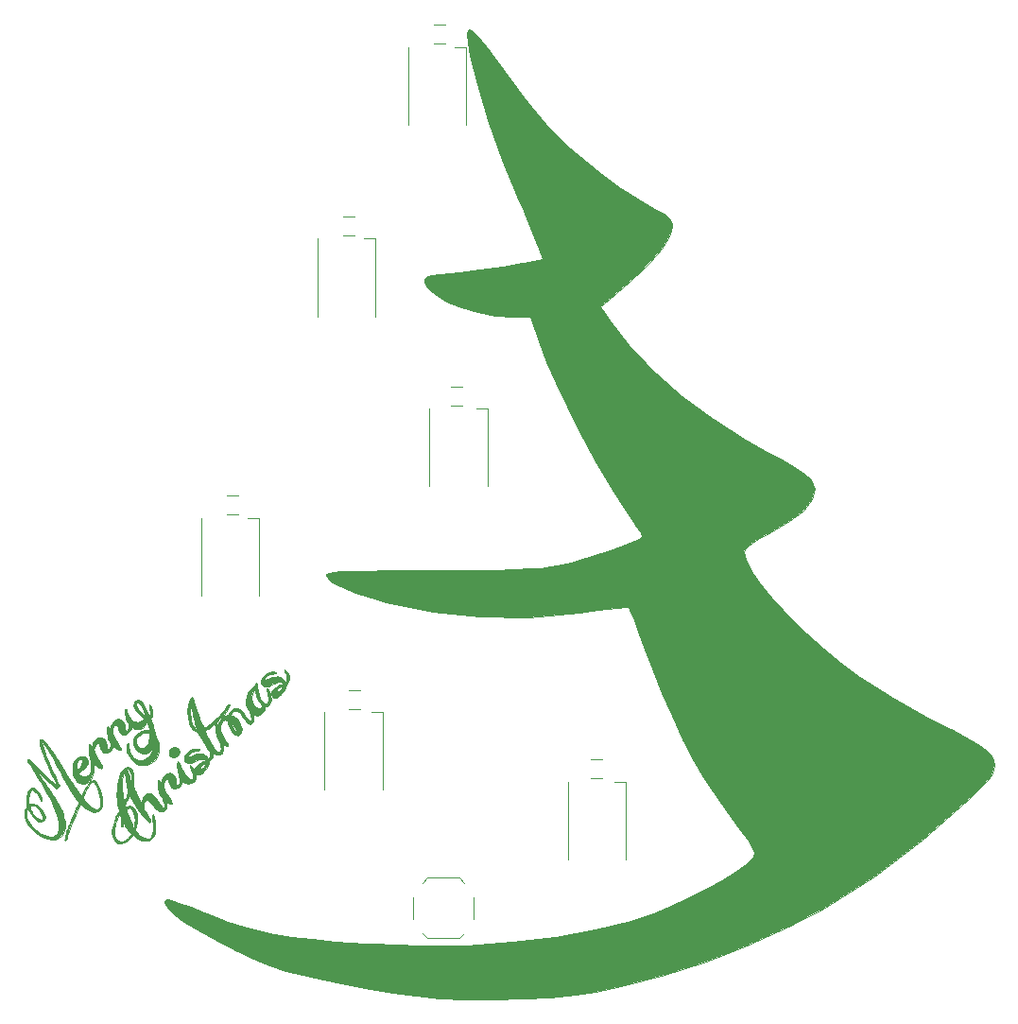
<source format=gbr>
G04 #@! TF.FileFunction,Legend,Top*
%FSLAX46Y46*%
G04 Gerber Fmt 4.6, Leading zero omitted, Abs format (unit mm)*
G04 Created by KiCad (PCBNEW 4.0.6+dfsg1-1) date Fri Aug 17 18:18:40 2018*
%MOMM*%
%LPD*%
G01*
G04 APERTURE LIST*
%ADD10C,0.100000*%
%ADD11C,0.010000*%
%ADD12C,0.120000*%
G04 APERTURE END LIST*
D10*
D11*
G36*
X170989264Y-49982234D02*
X171547551Y-50539176D01*
X172351862Y-51548239D01*
X173020481Y-52453205D01*
X174472897Y-54433652D01*
X175694274Y-56045361D01*
X176750468Y-57364337D01*
X177707333Y-58466587D01*
X178630723Y-59428117D01*
X179586493Y-60324933D01*
X180594000Y-61194186D01*
X182461190Y-62700806D01*
X184176959Y-63950591D01*
X185945979Y-65085634D01*
X187478737Y-65973935D01*
X188287564Y-66467802D01*
X188715180Y-66870417D01*
X188871357Y-67302370D01*
X188882421Y-67515925D01*
X188648409Y-68375232D01*
X187956431Y-69466516D01*
X186821572Y-70772427D01*
X185258921Y-72275614D01*
X183283562Y-73958727D01*
X183272786Y-73967474D01*
X182449156Y-74635895D01*
X183365574Y-75988072D01*
X185070303Y-78181636D01*
X187206873Y-80408132D01*
X189683654Y-82591298D01*
X192409018Y-84654874D01*
X195291334Y-86522599D01*
X197489346Y-87743018D01*
X198841932Y-88469187D01*
X199989553Y-89143312D01*
X200843813Y-89710064D01*
X201316316Y-90114114D01*
X201350462Y-90159781D01*
X201633066Y-91025702D01*
X201396934Y-91948122D01*
X200653355Y-92912718D01*
X199413619Y-93905166D01*
X197689016Y-94911145D01*
X197549082Y-94982379D01*
X196442437Y-95576647D01*
X195757675Y-96042823D01*
X195416116Y-96440911D01*
X195344335Y-96663755D01*
X195470794Y-97354698D01*
X195971187Y-98312525D01*
X196793510Y-99480826D01*
X197885760Y-100803191D01*
X199195931Y-102223209D01*
X200672019Y-103684471D01*
X202262019Y-105130565D01*
X203913929Y-106505083D01*
X205548314Y-107732240D01*
X206901518Y-108633571D01*
X208548128Y-109646021D01*
X210296332Y-110655967D01*
X211954319Y-111549790D01*
X212232524Y-111691672D01*
X214026899Y-112608939D01*
X215392564Y-113341972D01*
X216385731Y-113931919D01*
X217062611Y-114419927D01*
X217479413Y-114847144D01*
X217692349Y-115254717D01*
X217757629Y-115683795D01*
X217758211Y-115736618D01*
X217696450Y-116171581D01*
X217467868Y-116638181D01*
X217007515Y-117223828D01*
X216250440Y-118015929D01*
X215570109Y-118681319D01*
X211367653Y-122419567D01*
X206967328Y-125729008D01*
X202424258Y-128570458D01*
X199478765Y-130119668D01*
X195610255Y-131897521D01*
X191924441Y-133350536D01*
X188235752Y-134541585D01*
X184358617Y-135533543D01*
X182064526Y-136019840D01*
X180218495Y-136304161D01*
X177984632Y-136517671D01*
X175505564Y-136657068D01*
X172923918Y-136719052D01*
X170382320Y-136700320D01*
X168023396Y-136597572D01*
X165989774Y-136407506D01*
X165888737Y-136394259D01*
X163917585Y-136105082D01*
X161822936Y-135752399D01*
X159707532Y-135357554D01*
X157674115Y-134941894D01*
X155825425Y-134526763D01*
X154264203Y-134133507D01*
X153093192Y-133783470D01*
X152787684Y-133672440D01*
X151381132Y-133072864D01*
X149783572Y-132313706D01*
X148142877Y-131472507D01*
X146606921Y-130626806D01*
X145323576Y-129854145D01*
X144699790Y-129431374D01*
X143976897Y-128820787D01*
X143526921Y-128274010D01*
X143399912Y-127875388D01*
X143645919Y-127709269D01*
X143677462Y-127708526D01*
X144001415Y-127801990D01*
X144728657Y-128059417D01*
X145765912Y-128446362D01*
X147019901Y-128928380D01*
X147671551Y-129183459D01*
X149138736Y-129738522D01*
X150497530Y-130193010D01*
X151836632Y-130562653D01*
X153244739Y-130863183D01*
X154810551Y-131110330D01*
X156622766Y-131319826D01*
X158770082Y-131507402D01*
X161341199Y-131688789D01*
X162057085Y-131734790D01*
X166298575Y-131893438D01*
X170495530Y-131838636D01*
X174567479Y-131579352D01*
X178433948Y-131124552D01*
X182014467Y-130483204D01*
X185228561Y-129664276D01*
X187431584Y-128907153D01*
X188844256Y-128308944D01*
X190381489Y-127586486D01*
X191923722Y-126803164D01*
X193351389Y-126022360D01*
X194544927Y-125307457D01*
X195384774Y-124721838D01*
X195487266Y-124636684D01*
X195896292Y-124271947D01*
X196148952Y-123953577D01*
X196219496Y-123604114D01*
X196082173Y-123146099D01*
X195711233Y-122502073D01*
X195080928Y-121594578D01*
X194165506Y-120346153D01*
X193975310Y-120088526D01*
X192781021Y-118417933D01*
X191722924Y-116808316D01*
X190757710Y-115173781D01*
X189842073Y-113428439D01*
X188932706Y-111486396D01*
X187986301Y-109261763D01*
X186959551Y-106668647D01*
X186198475Y-104664637D01*
X185755870Y-103491202D01*
X185383529Y-102516817D01*
X185119938Y-101841305D01*
X185003583Y-101564495D01*
X185002878Y-101563527D01*
X184731285Y-101570954D01*
X184018675Y-101640176D01*
X182953930Y-101761233D01*
X181625935Y-101924165D01*
X180561983Y-102061119D01*
X175994776Y-102468602D01*
X171658387Y-102449876D01*
X167451886Y-101998120D01*
X163274342Y-101106512D01*
X162256775Y-100823987D01*
X160530997Y-100273508D01*
X159202188Y-99742494D01*
X158309933Y-99250157D01*
X157893819Y-98815713D01*
X157867684Y-98693619D01*
X157926971Y-98584063D01*
X158139043Y-98496330D01*
X158555215Y-98428103D01*
X159226804Y-98377066D01*
X160205126Y-98340902D01*
X161541496Y-98317295D01*
X163287232Y-98303927D01*
X165493649Y-98298483D01*
X166631014Y-98298000D01*
X168859436Y-98289616D01*
X171016684Y-98265864D01*
X173017974Y-98228844D01*
X174778521Y-98180658D01*
X176213542Y-98123407D01*
X177238253Y-98059191D01*
X177552586Y-98027379D01*
X178591550Y-97848164D01*
X179837351Y-97558269D01*
X181191962Y-97189694D01*
X182557353Y-96774437D01*
X183835496Y-96344496D01*
X184928362Y-95931871D01*
X185737923Y-95568559D01*
X186166151Y-95286559D01*
X186208737Y-95201836D01*
X186063115Y-94913362D01*
X185700683Y-94378050D01*
X185571825Y-94202792D01*
X184536887Y-92703783D01*
X183370377Y-90819626D01*
X182132207Y-88664451D01*
X180882291Y-86352386D01*
X179680541Y-83997562D01*
X178586870Y-81714105D01*
X177661192Y-79616147D01*
X176963419Y-77817815D01*
X176949582Y-77778168D01*
X176182421Y-75573074D01*
X174630991Y-75572379D01*
X173055704Y-75467293D01*
X171471748Y-75178345D01*
X169973872Y-74742927D01*
X168656825Y-74198433D01*
X167615355Y-73582257D01*
X166944210Y-72931794D01*
X166742907Y-72459241D01*
X166741604Y-72175909D01*
X166903503Y-71990106D01*
X167330113Y-71865753D01*
X168122946Y-71766773D01*
X168881854Y-71699028D01*
X169834875Y-71600474D01*
X171031774Y-71450433D01*
X172364547Y-71265639D01*
X173725194Y-71062824D01*
X175005713Y-70858724D01*
X176098102Y-70670072D01*
X176894361Y-70513601D01*
X177286486Y-70406046D01*
X177305090Y-70393928D01*
X177232016Y-70132641D01*
X176975630Y-69456204D01*
X176566266Y-68439668D01*
X176034259Y-67158085D01*
X175409946Y-65686506D01*
X175280324Y-65384480D01*
X173684817Y-61490026D01*
X172390956Y-57933555D01*
X171408502Y-54743742D01*
X170803662Y-52235056D01*
X170584201Y-51003823D01*
X170528224Y-50216588D01*
X170656367Y-49875381D01*
X170989264Y-49982234D01*
X170989264Y-49982234D01*
G37*
X170989264Y-49982234D02*
X171547551Y-50539176D01*
X172351862Y-51548239D01*
X173020481Y-52453205D01*
X174472897Y-54433652D01*
X175694274Y-56045361D01*
X176750468Y-57364337D01*
X177707333Y-58466587D01*
X178630723Y-59428117D01*
X179586493Y-60324933D01*
X180594000Y-61194186D01*
X182461190Y-62700806D01*
X184176959Y-63950591D01*
X185945979Y-65085634D01*
X187478737Y-65973935D01*
X188287564Y-66467802D01*
X188715180Y-66870417D01*
X188871357Y-67302370D01*
X188882421Y-67515925D01*
X188648409Y-68375232D01*
X187956431Y-69466516D01*
X186821572Y-70772427D01*
X185258921Y-72275614D01*
X183283562Y-73958727D01*
X183272786Y-73967474D01*
X182449156Y-74635895D01*
X183365574Y-75988072D01*
X185070303Y-78181636D01*
X187206873Y-80408132D01*
X189683654Y-82591298D01*
X192409018Y-84654874D01*
X195291334Y-86522599D01*
X197489346Y-87743018D01*
X198841932Y-88469187D01*
X199989553Y-89143312D01*
X200843813Y-89710064D01*
X201316316Y-90114114D01*
X201350462Y-90159781D01*
X201633066Y-91025702D01*
X201396934Y-91948122D01*
X200653355Y-92912718D01*
X199413619Y-93905166D01*
X197689016Y-94911145D01*
X197549082Y-94982379D01*
X196442437Y-95576647D01*
X195757675Y-96042823D01*
X195416116Y-96440911D01*
X195344335Y-96663755D01*
X195470794Y-97354698D01*
X195971187Y-98312525D01*
X196793510Y-99480826D01*
X197885760Y-100803191D01*
X199195931Y-102223209D01*
X200672019Y-103684471D01*
X202262019Y-105130565D01*
X203913929Y-106505083D01*
X205548314Y-107732240D01*
X206901518Y-108633571D01*
X208548128Y-109646021D01*
X210296332Y-110655967D01*
X211954319Y-111549790D01*
X212232524Y-111691672D01*
X214026899Y-112608939D01*
X215392564Y-113341972D01*
X216385731Y-113931919D01*
X217062611Y-114419927D01*
X217479413Y-114847144D01*
X217692349Y-115254717D01*
X217757629Y-115683795D01*
X217758211Y-115736618D01*
X217696450Y-116171581D01*
X217467868Y-116638181D01*
X217007515Y-117223828D01*
X216250440Y-118015929D01*
X215570109Y-118681319D01*
X211367653Y-122419567D01*
X206967328Y-125729008D01*
X202424258Y-128570458D01*
X199478765Y-130119668D01*
X195610255Y-131897521D01*
X191924441Y-133350536D01*
X188235752Y-134541585D01*
X184358617Y-135533543D01*
X182064526Y-136019840D01*
X180218495Y-136304161D01*
X177984632Y-136517671D01*
X175505564Y-136657068D01*
X172923918Y-136719052D01*
X170382320Y-136700320D01*
X168023396Y-136597572D01*
X165989774Y-136407506D01*
X165888737Y-136394259D01*
X163917585Y-136105082D01*
X161822936Y-135752399D01*
X159707532Y-135357554D01*
X157674115Y-134941894D01*
X155825425Y-134526763D01*
X154264203Y-134133507D01*
X153093192Y-133783470D01*
X152787684Y-133672440D01*
X151381132Y-133072864D01*
X149783572Y-132313706D01*
X148142877Y-131472507D01*
X146606921Y-130626806D01*
X145323576Y-129854145D01*
X144699790Y-129431374D01*
X143976897Y-128820787D01*
X143526921Y-128274010D01*
X143399912Y-127875388D01*
X143645919Y-127709269D01*
X143677462Y-127708526D01*
X144001415Y-127801990D01*
X144728657Y-128059417D01*
X145765912Y-128446362D01*
X147019901Y-128928380D01*
X147671551Y-129183459D01*
X149138736Y-129738522D01*
X150497530Y-130193010D01*
X151836632Y-130562653D01*
X153244739Y-130863183D01*
X154810551Y-131110330D01*
X156622766Y-131319826D01*
X158770082Y-131507402D01*
X161341199Y-131688789D01*
X162057085Y-131734790D01*
X166298575Y-131893438D01*
X170495530Y-131838636D01*
X174567479Y-131579352D01*
X178433948Y-131124552D01*
X182014467Y-130483204D01*
X185228561Y-129664276D01*
X187431584Y-128907153D01*
X188844256Y-128308944D01*
X190381489Y-127586486D01*
X191923722Y-126803164D01*
X193351389Y-126022360D01*
X194544927Y-125307457D01*
X195384774Y-124721838D01*
X195487266Y-124636684D01*
X195896292Y-124271947D01*
X196148952Y-123953577D01*
X196219496Y-123604114D01*
X196082173Y-123146099D01*
X195711233Y-122502073D01*
X195080928Y-121594578D01*
X194165506Y-120346153D01*
X193975310Y-120088526D01*
X192781021Y-118417933D01*
X191722924Y-116808316D01*
X190757710Y-115173781D01*
X189842073Y-113428439D01*
X188932706Y-111486396D01*
X187986301Y-109261763D01*
X186959551Y-106668647D01*
X186198475Y-104664637D01*
X185755870Y-103491202D01*
X185383529Y-102516817D01*
X185119938Y-101841305D01*
X185003583Y-101564495D01*
X185002878Y-101563527D01*
X184731285Y-101570954D01*
X184018675Y-101640176D01*
X182953930Y-101761233D01*
X181625935Y-101924165D01*
X180561983Y-102061119D01*
X175994776Y-102468602D01*
X171658387Y-102449876D01*
X167451886Y-101998120D01*
X163274342Y-101106512D01*
X162256775Y-100823987D01*
X160530997Y-100273508D01*
X159202188Y-99742494D01*
X158309933Y-99250157D01*
X157893819Y-98815713D01*
X157867684Y-98693619D01*
X157926971Y-98584063D01*
X158139043Y-98496330D01*
X158555215Y-98428103D01*
X159226804Y-98377066D01*
X160205126Y-98340902D01*
X161541496Y-98317295D01*
X163287232Y-98303927D01*
X165493649Y-98298483D01*
X166631014Y-98298000D01*
X168859436Y-98289616D01*
X171016684Y-98265864D01*
X173017974Y-98228844D01*
X174778521Y-98180658D01*
X176213542Y-98123407D01*
X177238253Y-98059191D01*
X177552586Y-98027379D01*
X178591550Y-97848164D01*
X179837351Y-97558269D01*
X181191962Y-97189694D01*
X182557353Y-96774437D01*
X183835496Y-96344496D01*
X184928362Y-95931871D01*
X185737923Y-95568559D01*
X186166151Y-95286559D01*
X186208737Y-95201836D01*
X186063115Y-94913362D01*
X185700683Y-94378050D01*
X185571825Y-94202792D01*
X184536887Y-92703783D01*
X183370377Y-90819626D01*
X182132207Y-88664451D01*
X180882291Y-86352386D01*
X179680541Y-83997562D01*
X178586870Y-81714105D01*
X177661192Y-79616147D01*
X176963419Y-77817815D01*
X176949582Y-77778168D01*
X176182421Y-75573074D01*
X174630991Y-75572379D01*
X173055704Y-75467293D01*
X171471748Y-75178345D01*
X169973872Y-74742927D01*
X168656825Y-74198433D01*
X167615355Y-73582257D01*
X166944210Y-72931794D01*
X166742907Y-72459241D01*
X166741604Y-72175909D01*
X166903503Y-71990106D01*
X167330113Y-71865753D01*
X168122946Y-71766773D01*
X168881854Y-71699028D01*
X169834875Y-71600474D01*
X171031774Y-71450433D01*
X172364547Y-71265639D01*
X173725194Y-71062824D01*
X175005713Y-70858724D01*
X176098102Y-70670072D01*
X176894361Y-70513601D01*
X177286486Y-70406046D01*
X177305090Y-70393928D01*
X177232016Y-70132641D01*
X176975630Y-69456204D01*
X176566266Y-68439668D01*
X176034259Y-67158085D01*
X175409946Y-65686506D01*
X175280324Y-65384480D01*
X173684817Y-61490026D01*
X172390956Y-57933555D01*
X171408502Y-54743742D01*
X170803662Y-52235056D01*
X170584201Y-51003823D01*
X170528224Y-50216588D01*
X170656367Y-49875381D01*
X170989264Y-49982234D01*
D12*
X166952000Y-125824000D02*
X169852000Y-125824000D01*
X166502000Y-126274000D02*
X166952000Y-125824000D01*
X165702000Y-129524000D02*
X165702000Y-127524000D01*
X166952000Y-131224000D02*
X166502000Y-130774000D01*
X169852000Y-131224000D02*
X166952000Y-131224000D01*
X170302000Y-130774000D02*
X169852000Y-131224000D01*
X171102000Y-127524000D02*
X171102000Y-129524000D01*
X169852000Y-125824000D02*
X170302000Y-126274000D01*
X165250500Y-58427500D02*
X165250500Y-51427500D01*
X170450500Y-58427500D02*
X170450500Y-51427500D01*
X170450500Y-51427500D02*
X169450500Y-51427500D01*
X157122500Y-75572500D02*
X157122500Y-68572500D01*
X162322500Y-75572500D02*
X162322500Y-68572500D01*
X162322500Y-68572500D02*
X161322500Y-68572500D01*
X167155500Y-90749000D02*
X167155500Y-83749000D01*
X172355500Y-90749000D02*
X172355500Y-83749000D01*
X172355500Y-83749000D02*
X171355500Y-83749000D01*
X146708500Y-100591500D02*
X146708500Y-93591500D01*
X151908500Y-100591500D02*
X151908500Y-93591500D01*
X151908500Y-93591500D02*
X150908500Y-93591500D01*
X157757500Y-117927000D02*
X157757500Y-110927000D01*
X162957500Y-117927000D02*
X162957500Y-110927000D01*
X162957500Y-110927000D02*
X161957500Y-110927000D01*
X179538000Y-124213500D02*
X179538000Y-117213500D01*
X184738000Y-124213500D02*
X184738000Y-117213500D01*
X184738000Y-117213500D02*
X183738000Y-117213500D01*
D11*
G36*
X145898120Y-109608272D02*
X145909272Y-109616223D01*
X145933581Y-109668584D01*
X145972828Y-109783030D01*
X146020377Y-109939481D01*
X146045480Y-110028234D01*
X146115929Y-110268209D01*
X146205429Y-110544738D01*
X146318032Y-110869695D01*
X146457793Y-111254951D01*
X146540005Y-111476254D01*
X146596964Y-111620379D01*
X146674749Y-111806610D01*
X146758646Y-111999890D01*
X146777923Y-112043137D01*
X146855327Y-112213737D01*
X146915957Y-112318748D01*
X146978252Y-112362968D01*
X147060650Y-112351199D01*
X147181587Y-112288240D01*
X147341652Y-112189905D01*
X147513751Y-112066993D01*
X147722296Y-111892359D01*
X147951815Y-111681523D01*
X148186837Y-111450003D01*
X148411894Y-111213320D01*
X148611514Y-110986991D01*
X148770227Y-110786536D01*
X148835465Y-110691378D01*
X148956368Y-110507408D01*
X149049224Y-110385862D01*
X149125526Y-110313980D01*
X149196769Y-110278998D01*
X149209961Y-110275633D01*
X149259223Y-110273112D01*
X149274991Y-110301327D01*
X149254091Y-110370067D01*
X149193349Y-110489122D01*
X149089590Y-110668283D01*
X149074359Y-110693849D01*
X148915784Y-110934981D01*
X148715901Y-111192923D01*
X148461811Y-111484239D01*
X148443303Y-111504516D01*
X148278994Y-111685485D01*
X148165684Y-111814953D01*
X148096024Y-111903157D01*
X148062657Y-111960333D01*
X148058233Y-111996717D01*
X148072913Y-112020139D01*
X148138234Y-112107355D01*
X148156767Y-112142486D01*
X148178961Y-112166012D01*
X148206536Y-112132277D01*
X148246043Y-112030897D01*
X148267154Y-111967547D01*
X148395543Y-111697593D01*
X148584733Y-111486310D01*
X148831863Y-111336626D01*
X148916574Y-111304271D01*
X149051311Y-111254626D01*
X149131267Y-111207693D01*
X149183385Y-111143022D01*
X149218116Y-111075445D01*
X149350444Y-110867353D01*
X149517645Y-110714812D01*
X149704963Y-110629126D01*
X149819878Y-110614504D01*
X149971507Y-110633114D01*
X150113491Y-110694970D01*
X150257983Y-110809119D01*
X150417134Y-110984601D01*
X150551041Y-111158655D01*
X150744527Y-111412752D01*
X150903452Y-111601739D01*
X151025622Y-111723357D01*
X151108848Y-111775341D01*
X151142534Y-111769317D01*
X151184711Y-111673916D01*
X151191557Y-111523945D01*
X151167269Y-111340026D01*
X151116044Y-111142785D01*
X151109851Y-111126884D01*
X151410354Y-110826381D01*
X151444685Y-110801668D01*
X151478119Y-110757191D01*
X151468331Y-110746474D01*
X151420963Y-110779501D01*
X151408394Y-110801668D01*
X151410354Y-110826381D01*
X151109851Y-111126884D01*
X151042080Y-110952841D01*
X151012495Y-110901026D01*
X151476017Y-110437503D01*
X151632251Y-110558035D01*
X151808855Y-110610733D01*
X151951759Y-110599427D01*
X152084062Y-110559655D01*
X152151280Y-110513291D01*
X152172841Y-110445142D01*
X152173386Y-110426108D01*
X152144998Y-110349104D01*
X152075642Y-110256595D01*
X152065565Y-110246205D01*
X151901121Y-110038092D01*
X151755253Y-109771103D01*
X151638865Y-109470962D01*
X151562860Y-109163396D01*
X151543326Y-109013924D01*
X151528407Y-108840654D01*
X151461044Y-108952195D01*
X151362662Y-109147401D01*
X151282438Y-109366877D01*
X151229756Y-109579678D01*
X151214000Y-109754857D01*
X151214535Y-109765104D01*
X151258660Y-110031419D01*
X151348654Y-110258759D01*
X151476017Y-110437503D01*
X151012495Y-110901026D01*
X150949572Y-110790821D01*
X150940987Y-110778996D01*
X150804308Y-110526410D01*
X150733608Y-110238359D01*
X150726058Y-109929188D01*
X150778821Y-109613240D01*
X150889068Y-109304863D01*
X151053965Y-109018402D01*
X151270678Y-108768201D01*
X151352183Y-108696769D01*
X151459351Y-108597317D01*
X151536598Y-108503422D01*
X151558528Y-108461168D01*
X151606302Y-108383517D01*
X151649271Y-108371762D01*
X151688366Y-108403581D01*
X151712443Y-108504510D01*
X151722667Y-108649324D01*
X151764364Y-109083695D01*
X151856144Y-109458501D01*
X151996685Y-109769700D01*
X152162290Y-109990514D01*
X152308488Y-110129102D01*
X152423248Y-110200935D01*
X152519109Y-110211939D01*
X152579873Y-110187712D01*
X152666538Y-110088384D01*
X152713185Y-109926197D01*
X152719977Y-109713136D01*
X152687079Y-109461187D01*
X152614652Y-109182338D01*
X152564219Y-109038027D01*
X152528178Y-108906156D01*
X152540175Y-108835530D01*
X152597385Y-108831177D01*
X152659764Y-108867960D01*
X152751819Y-108977567D01*
X152833677Y-109148897D01*
X152900042Y-109358867D01*
X152945618Y-109584393D01*
X152965109Y-109802389D01*
X152953221Y-109989773D01*
X152934132Y-110063999D01*
X152846748Y-110221912D01*
X152718778Y-110350295D01*
X152574465Y-110427879D01*
X152504522Y-110440937D01*
X152428366Y-110452941D01*
X152408770Y-110496249D01*
X152410865Y-110533465D01*
X152388956Y-110707630D01*
X152303847Y-110889529D01*
X152171897Y-111057119D01*
X152009467Y-111188359D01*
X151879838Y-111248932D01*
X151734913Y-111271843D01*
X151581231Y-111264282D01*
X151569828Y-111262090D01*
X151407369Y-111228285D01*
X151407368Y-111516555D01*
X151402130Y-111681744D01*
X151380923Y-111790713D01*
X151335512Y-111871838D01*
X151289478Y-111922715D01*
X151187044Y-112002008D01*
X151096636Y-112033226D01*
X151089118Y-112032940D01*
X150965546Y-111984323D01*
X150813489Y-111861129D01*
X150637032Y-111667236D01*
X150462156Y-111437490D01*
X150257605Y-111174705D01*
X150073986Y-110991833D01*
X149908180Y-110887316D01*
X149757065Y-110859592D01*
X149617524Y-110907101D01*
X149535172Y-110973934D01*
X149451165Y-111073046D01*
X149396557Y-111164769D01*
X149392330Y-111176568D01*
X149383054Y-111239007D01*
X149419395Y-111276348D01*
X149495013Y-111305338D01*
X149707341Y-111415531D01*
X149909736Y-111590885D01*
X150087875Y-111811723D01*
X150227436Y-112058369D01*
X150314098Y-112311148D01*
X150334823Y-112459078D01*
X150318021Y-112678661D01*
X150249765Y-112856369D01*
X150139358Y-112981851D01*
X149996106Y-113044757D01*
X149829311Y-113034739D01*
X149819851Y-113031931D01*
X149695474Y-112958203D01*
X149683408Y-112945845D01*
X149854005Y-112775248D01*
X149924014Y-112826949D01*
X149947716Y-112807752D01*
X149924182Y-112718176D01*
X149864002Y-112582246D01*
X149784613Y-112446301D01*
X149672809Y-112287822D01*
X149596638Y-112193931D01*
X149922816Y-111867754D01*
X149944794Y-111881487D01*
X149962862Y-111867754D01*
X149976594Y-111832043D01*
X149962861Y-111827708D01*
X149923623Y-111859758D01*
X149922816Y-111867754D01*
X149596638Y-112193931D01*
X149574218Y-112166295D01*
X149377600Y-111942432D01*
X149460897Y-112185085D01*
X149594851Y-112461029D01*
X149738618Y-112652132D01*
X149854005Y-112775248D01*
X149683408Y-112945845D01*
X149560258Y-112819717D01*
X149425403Y-112633756D01*
X149302108Y-112417602D01*
X149201574Y-112188540D01*
X149138731Y-111980896D01*
X149093911Y-111823067D01*
X149037463Y-111732711D01*
X148952592Y-111692509D01*
X148851593Y-111684818D01*
X148701124Y-111723212D01*
X148577567Y-111828313D01*
X148485028Y-111984992D01*
X148427616Y-112178122D01*
X148409440Y-112392575D01*
X148434607Y-112613227D01*
X148507227Y-112824948D01*
X148530012Y-112868884D01*
X148670287Y-113119537D01*
X148781676Y-113313597D01*
X148875108Y-113469512D01*
X148961509Y-113605730D01*
X149008633Y-113676912D01*
X149081556Y-113795922D01*
X149127114Y-113890383D01*
X149135644Y-113930502D01*
X149086921Y-113977873D01*
X148984254Y-113975169D01*
X148841284Y-113923777D01*
X148784772Y-113894831D01*
X148605958Y-113796755D01*
X148650383Y-113936328D01*
X148674022Y-114061329D01*
X148684391Y-114223000D01*
X148683010Y-114308440D01*
X148666828Y-114460421D01*
X148627115Y-114566038D01*
X148548524Y-114663483D01*
X148534711Y-114677482D01*
X148425594Y-114769091D01*
X148322526Y-114805599D01*
X148245087Y-114808164D01*
X148138135Y-114798763D01*
X148074040Y-114783218D01*
X148069983Y-114780364D01*
X148019655Y-114751339D01*
X147922672Y-114707118D01*
X147895875Y-114695918D01*
X147768406Y-114643577D01*
X148013146Y-114398837D01*
X148082697Y-114460799D01*
X148153105Y-114506341D01*
X148259700Y-114559751D01*
X148328705Y-114564162D01*
X148391347Y-114520384D01*
X148399124Y-114512727D01*
X148460314Y-114406114D01*
X148473184Y-114247281D01*
X148472346Y-114232729D01*
X148447461Y-114050251D01*
X148399023Y-113837404D01*
X148335679Y-113623767D01*
X148266076Y-113438919D01*
X148206595Y-113323678D01*
X148081463Y-113067728D01*
X148067189Y-113012569D01*
X148175821Y-112903938D01*
X148205855Y-112903937D01*
X148205855Y-112873904D01*
X148175821Y-112873903D01*
X148175821Y-112903938D01*
X148067189Y-113012569D01*
X148000405Y-112754483D01*
X147967965Y-112401843D01*
X147967690Y-112382514D01*
X147964741Y-112206356D01*
X147952329Y-112100008D01*
X147918502Y-112059801D01*
X147851305Y-112082066D01*
X147738788Y-112163135D01*
X147604268Y-112270956D01*
X147460808Y-112377936D01*
X147314509Y-112473546D01*
X147225964Y-112522482D01*
X147123023Y-112576709D01*
X147079197Y-112620426D01*
X147074773Y-112674781D01*
X147076000Y-112683328D01*
X147106531Y-112783127D01*
X147172315Y-112940022D01*
X147265339Y-113138002D01*
X147377590Y-113361056D01*
X147501055Y-113593173D01*
X147627722Y-113818344D01*
X147727760Y-113985606D01*
X147848241Y-114176622D01*
X147939182Y-114309238D01*
X148013146Y-114398837D01*
X147768406Y-114643577D01*
X147743748Y-114633452D01*
X147735487Y-114815865D01*
X147711159Y-114961206D01*
X147642253Y-115097177D01*
X147577541Y-115183959D01*
X147491101Y-115300191D01*
X147429376Y-115399896D01*
X147411077Y-115442967D01*
X147299347Y-115781490D01*
X147132573Y-116078540D01*
X146920096Y-116319618D01*
X146774200Y-116431598D01*
X146593890Y-116520740D01*
X146426058Y-116553398D01*
X146288994Y-116527577D01*
X146235831Y-116490260D01*
X146200878Y-116466913D01*
X146186006Y-116496590D01*
X146188693Y-116591354D01*
X146196838Y-116676524D01*
X146196401Y-116887957D01*
X146137049Y-117054439D01*
X146008245Y-117199248D01*
X145934224Y-117256818D01*
X145763292Y-117339196D01*
X145565219Y-117373066D01*
X145367588Y-117358911D01*
X145197980Y-117297213D01*
X145126135Y-117242690D01*
X145043712Y-117160266D01*
X144989898Y-117331710D01*
X144895850Y-117514580D01*
X144750742Y-117660867D01*
X144573654Y-117761154D01*
X144383666Y-117806029D01*
X144199860Y-117786080D01*
X144129384Y-117756261D01*
X144052182Y-117710133D01*
X143997510Y-117658066D01*
X143952611Y-117579626D01*
X143910535Y-117469566D01*
X144001053Y-117379048D01*
X144031087Y-117379048D01*
X144031087Y-117349014D01*
X144001053Y-117349014D01*
X144001053Y-117379048D01*
X143910535Y-117469566D01*
X143904730Y-117454382D01*
X143863301Y-117330045D01*
X143790392Y-117131885D01*
X143722576Y-117010934D01*
X143652011Y-116960443D01*
X143570854Y-116973664D01*
X143501587Y-117018744D01*
X143398971Y-117149632D01*
X143340202Y-117335402D01*
X143330680Y-117555191D01*
X143340684Y-117640732D01*
X143373670Y-117780134D01*
X143433878Y-117935850D01*
X143529205Y-118125536D01*
X143658759Y-118352062D01*
X143809550Y-118606065D01*
X143922032Y-118796580D01*
X144000711Y-118933495D01*
X144050091Y-119026697D01*
X144074676Y-119086071D01*
X144078973Y-119121502D01*
X144067484Y-119142879D01*
X144044717Y-119160086D01*
X144031297Y-119169622D01*
X143955772Y-119194474D01*
X143847258Y-119168204D01*
X143769765Y-119132767D01*
X143583528Y-119039375D01*
X143616322Y-119214936D01*
X143622440Y-119424763D01*
X143567169Y-119608459D01*
X143462935Y-119755138D01*
X143322169Y-119853911D01*
X143157298Y-119893891D01*
X142980750Y-119864191D01*
X142912145Y-119831785D01*
X142764899Y-119726894D01*
X142590723Y-119568771D01*
X142453058Y-119423264D01*
X142550235Y-119326088D01*
X142584567Y-119301375D01*
X142617999Y-119256898D01*
X142608212Y-119246181D01*
X142560845Y-119279209D01*
X142548275Y-119301375D01*
X142550235Y-119326088D01*
X142453058Y-119423264D01*
X142408235Y-119375887D01*
X142307181Y-119253126D01*
X142529372Y-119030935D01*
X142559406Y-119030935D01*
X142559406Y-119000900D01*
X142529372Y-119000901D01*
X142529372Y-119030935D01*
X142307181Y-119253126D01*
X142236051Y-119166718D01*
X142218584Y-119143566D01*
X142171028Y-119088935D01*
X142289097Y-118970866D01*
X142319132Y-118970866D01*
X142319132Y-118940832D01*
X142289098Y-118940832D01*
X142289097Y-118970866D01*
X142171028Y-119088935D01*
X142060958Y-118962484D01*
X141920725Y-118864501D01*
X141797704Y-118849604D01*
X141691712Y-118917781D01*
X141602571Y-119069017D01*
X141590657Y-119098825D01*
X141551605Y-119265192D01*
X141544253Y-119450303D01*
X141568405Y-119615438D01*
X141593607Y-119681049D01*
X141628658Y-119743031D01*
X141697279Y-119861192D01*
X141789634Y-120018689D01*
X141895887Y-120198681D01*
X141898251Y-120202673D01*
X142030597Y-120434100D01*
X142116001Y-120604576D01*
X142157114Y-120722125D01*
X142156585Y-120794769D01*
X142117065Y-120830531D01*
X142106602Y-120833533D01*
X142068227Y-120823615D01*
X142003476Y-120776308D01*
X141905056Y-120684842D01*
X141765677Y-120542449D01*
X141581160Y-120345718D01*
X141237632Y-119954711D01*
X140952407Y-119581236D01*
X140709759Y-119201167D01*
X140493961Y-118790374D01*
X140333495Y-118431522D01*
X140312622Y-118420067D01*
X140274843Y-118458578D01*
X140214808Y-118555026D01*
X140127164Y-118717375D01*
X140079726Y-118809294D01*
X139977014Y-119017291D01*
X139913225Y-119166668D01*
X139883424Y-119271555D01*
X139882677Y-119346085D01*
X139886650Y-119362291D01*
X139914560Y-119430528D01*
X139958674Y-119448826D01*
X140046379Y-119424307D01*
X140078648Y-119412199D01*
X140280476Y-119366650D01*
X140458098Y-119396270D01*
X140617082Y-119503895D01*
X140762995Y-119692359D01*
X140817636Y-119788528D01*
X140895776Y-119962732D01*
X140940693Y-120140201D01*
X140961541Y-120358870D01*
X140962895Y-120390607D01*
X140962175Y-120611098D01*
X140946311Y-120848093D01*
X140918374Y-121077970D01*
X140881430Y-121277107D01*
X140838546Y-121421883D01*
X140825259Y-121450661D01*
X140808736Y-121506273D01*
X140826595Y-121570296D01*
X140887671Y-121662375D01*
X140962628Y-121756181D01*
X141174437Y-121976240D01*
X141399241Y-122144444D01*
X141625359Y-122256002D01*
X141841110Y-122306123D01*
X142034814Y-122290016D01*
X142144582Y-122240986D01*
X142254865Y-122121746D01*
X142334660Y-121927229D01*
X142383362Y-121661680D01*
X142400375Y-121329340D01*
X142385093Y-120934452D01*
X142363317Y-120697762D01*
X142344030Y-120497457D01*
X142332381Y-120328795D01*
X142329249Y-120209152D01*
X142335514Y-120155904D01*
X142335877Y-120155493D01*
X142382785Y-120149162D01*
X142426040Y-120227661D01*
X142462852Y-120376027D01*
X142490094Y-120494744D01*
X142516915Y-120574773D01*
X142525492Y-120588839D01*
X142541715Y-120640835D01*
X142561723Y-120756376D01*
X142582103Y-120914358D01*
X142589694Y-120985692D01*
X142604695Y-121262297D01*
X142597037Y-121536023D01*
X142568740Y-121782663D01*
X142521827Y-121978007D01*
X142502733Y-122026803D01*
X142405116Y-122179695D01*
X142266027Y-122320766D01*
X142113571Y-122424641D01*
X142023469Y-122459525D01*
X141826458Y-122483121D01*
X141592263Y-122476694D01*
X141361951Y-122443279D01*
X141208311Y-122399241D01*
X141073439Y-122333149D01*
X140915996Y-122236333D01*
X140813054Y-122162404D01*
X140598138Y-121995292D01*
X140294806Y-122292646D01*
X140141621Y-122438455D01*
X140022831Y-122537551D01*
X139915540Y-122605941D01*
X139796855Y-122659637D01*
X139738993Y-122681337D01*
X139505875Y-122739935D01*
X139308426Y-122728187D01*
X139130416Y-122643004D01*
X139013859Y-122543225D01*
X139006198Y-122532716D01*
X139137010Y-122401904D01*
X139269765Y-122514728D01*
X139444419Y-122564195D01*
X139646078Y-122550131D01*
X139859852Y-122472358D01*
X139963354Y-122411709D01*
X140058920Y-122347334D01*
X140123129Y-122296631D01*
X140178120Y-122236868D01*
X140246033Y-122145312D01*
X140306946Y-122058901D01*
X140389811Y-121934017D01*
X140424596Y-121857518D01*
X140417238Y-121812228D01*
X140398189Y-121794939D01*
X140330093Y-121730643D01*
X140252802Y-121640862D01*
X140623684Y-121269980D01*
X140654401Y-121286190D01*
X140678788Y-121255095D01*
X140702033Y-121163948D01*
X140726783Y-121016659D01*
X140760206Y-120640865D01*
X140741327Y-120304246D01*
X140671983Y-120015608D01*
X140554009Y-119783758D01*
X140444087Y-119660504D01*
X140338518Y-119579119D01*
X140254910Y-119551427D01*
X140165401Y-119564755D01*
X140077324Y-119602394D01*
X140029366Y-119662865D01*
X140020407Y-119759598D01*
X140049331Y-119906022D01*
X140115024Y-120115564D01*
X140118697Y-120126314D01*
X140177838Y-120287401D01*
X140253887Y-120478044D01*
X140339125Y-120680764D01*
X140425837Y-120878081D01*
X140506304Y-121052519D01*
X140572808Y-121186596D01*
X140617630Y-121262836D01*
X140623684Y-121269980D01*
X140252802Y-121640862D01*
X140230117Y-121614509D01*
X140113000Y-121465716D01*
X139993481Y-121303439D01*
X139886301Y-121146858D01*
X139827061Y-121051849D01*
X139709943Y-120852690D01*
X139712012Y-121036081D01*
X139699503Y-121178967D01*
X139657105Y-121243198D01*
X139583696Y-121230050D01*
X139556973Y-121212336D01*
X139520192Y-121146979D01*
X139501366Y-121014245D01*
X139499540Y-120806638D01*
X139500620Y-120770178D01*
X139501023Y-120575750D01*
X139490831Y-120395119D01*
X139472088Y-120258236D01*
X139463416Y-120224737D01*
X139429598Y-120126627D01*
X139407250Y-120098733D01*
X139381826Y-120130402D01*
X139368603Y-120155318D01*
X139300667Y-120302782D01*
X139220222Y-120503287D01*
X139137022Y-120729490D01*
X139060820Y-120954049D01*
X139001368Y-121149623D01*
X138972788Y-121265006D01*
X138931553Y-121615628D01*
X138952026Y-121937310D01*
X139032430Y-122217768D01*
X139137010Y-122401904D01*
X139006198Y-122532716D01*
X138855573Y-122326105D01*
X138757079Y-122054164D01*
X138720791Y-121735221D01*
X138723817Y-121603272D01*
X138754534Y-121375366D01*
X138819502Y-121096594D01*
X138911524Y-120790238D01*
X139023404Y-120479584D01*
X139147946Y-120187916D01*
X139185086Y-120110847D01*
X139321564Y-119835998D01*
X139256073Y-119472990D01*
X139792241Y-118936822D01*
X139816377Y-118909819D01*
X139864992Y-118823610D01*
X139929046Y-118697046D01*
X139999502Y-118548978D01*
X140067320Y-118398259D01*
X140123463Y-118263739D01*
X140151748Y-118186999D01*
X140162643Y-118077987D01*
X140146959Y-117928853D01*
X140122600Y-117824209D01*
X140073440Y-117628633D01*
X140049951Y-117513876D01*
X140414725Y-117149102D01*
X140436611Y-117003061D01*
X140442981Y-116878304D01*
X140435935Y-116713977D01*
X140424395Y-116603814D01*
X140381384Y-116370280D01*
X140322292Y-116210253D01*
X140241370Y-116112921D01*
X140139908Y-116068857D01*
X140012828Y-116042387D01*
X140126725Y-116368395D01*
X140194999Y-116560903D01*
X140266297Y-116757335D01*
X140325638Y-116916431D01*
X140327673Y-116921752D01*
X140414725Y-117149102D01*
X140049951Y-117513876D01*
X140021575Y-117375241D01*
X139971763Y-117090835D01*
X139928767Y-116802221D01*
X139902065Y-116582445D01*
X139881492Y-116402131D01*
X139864091Y-116296927D01*
X139846014Y-116257283D01*
X139823412Y-116273650D01*
X139797949Y-116324066D01*
X139683034Y-116669323D01*
X139618771Y-117077765D01*
X139605765Y-117543939D01*
X139625513Y-117880163D01*
X139645136Y-118067867D01*
X139671184Y-118273722D01*
X139700777Y-118479456D01*
X139731028Y-118666795D01*
X139759056Y-118817464D01*
X139781977Y-118913192D01*
X139792241Y-118936822D01*
X139256073Y-119472990D01*
X139223540Y-119292658D01*
X139163384Y-118851211D01*
X139139231Y-118407578D01*
X139148945Y-117971280D01*
X139190381Y-117551836D01*
X139261402Y-117158766D01*
X139359867Y-116801588D01*
X139483635Y-116489821D01*
X139630565Y-116232987D01*
X139798519Y-116040603D01*
X139980928Y-115923984D01*
X140154255Y-115890275D01*
X140309415Y-115932333D01*
X140441919Y-116042081D01*
X140547274Y-116211445D01*
X140620988Y-116432351D01*
X140658573Y-116696721D01*
X140655533Y-116996482D01*
X140643214Y-117114743D01*
X140617507Y-117325552D01*
X140606165Y-117476629D01*
X140611543Y-117592339D01*
X140636000Y-117697046D01*
X140681892Y-117815115D01*
X140719074Y-117898906D01*
X140779788Y-118031528D01*
X140858649Y-118200810D01*
X140948296Y-118391304D01*
X141041367Y-118587558D01*
X141130496Y-118774124D01*
X141208324Y-118935552D01*
X141267485Y-119056391D01*
X141300618Y-119121192D01*
X141304721Y-119127793D01*
X141319898Y-119095476D01*
X141350537Y-119002609D01*
X141383613Y-118891325D01*
X141441147Y-118728254D01*
X141512792Y-118575506D01*
X141556712Y-118503905D01*
X141698549Y-118363166D01*
X141872877Y-118271038D01*
X142053703Y-118238362D01*
X142158483Y-118252949D01*
X142308531Y-118330982D01*
X142478436Y-118476654D01*
X142657506Y-118678332D01*
X142835054Y-118924386D01*
X142953209Y-119117681D01*
X143049417Y-119281615D01*
X143137398Y-119422611D01*
X143204335Y-119520537D01*
X143227745Y-119548951D01*
X143300860Y-119584306D01*
X143361864Y-119547135D01*
X143400003Y-119449852D01*
X143407031Y-119342000D01*
X143388300Y-119193499D01*
X143347294Y-119017275D01*
X143292569Y-118840649D01*
X143232684Y-118690942D01*
X143176197Y-118595472D01*
X143171619Y-118590520D01*
X143104553Y-118493197D01*
X143028529Y-118339001D01*
X142954064Y-118153745D01*
X142891674Y-117963247D01*
X142855748Y-117815174D01*
X142836950Y-117674757D01*
X142825581Y-117508215D01*
X142821819Y-117339315D01*
X142825838Y-117191819D01*
X142837818Y-117089495D01*
X142850105Y-117058315D01*
X142894667Y-117064071D01*
X142959115Y-117120156D01*
X143021327Y-117203063D01*
X143055887Y-117276948D01*
X143073972Y-117320388D01*
X143092791Y-117309263D01*
X143120145Y-117232718D01*
X143142217Y-117156809D01*
X143249579Y-116879412D01*
X143394082Y-116661648D01*
X143568719Y-116510129D01*
X143766488Y-116431474D01*
X143918611Y-116423616D01*
X144033329Y-116441863D01*
X144118797Y-116485461D01*
X144208799Y-116574023D01*
X144239888Y-116610110D01*
X144321139Y-116718898D01*
X144372553Y-116829780D01*
X144405829Y-116974033D01*
X144423242Y-117100230D01*
X144447386Y-117281084D01*
X144471820Y-117392745D01*
X144503988Y-117450666D01*
X144551335Y-117470298D01*
X144601025Y-117469217D01*
X144701303Y-117421848D01*
X144765198Y-117311590D01*
X144790317Y-117153409D01*
X144774264Y-116962269D01*
X144715318Y-116754886D01*
X144654497Y-116562959D01*
X144604933Y-116342419D01*
X144568334Y-116111357D01*
X144546403Y-115887861D01*
X144540848Y-115690016D01*
X144553373Y-115535914D01*
X144585685Y-115443643D01*
X144591078Y-115437480D01*
X144644773Y-115407809D01*
X144696558Y-115438713D01*
X144754243Y-115538297D01*
X144804562Y-115659008D01*
X144876159Y-115817225D01*
X144982690Y-116020148D01*
X145109872Y-116243241D01*
X145243417Y-116461974D01*
X145369041Y-116651812D01*
X145435845Y-116743157D01*
X145571797Y-116887089D01*
X145709528Y-116977974D01*
X145832891Y-117006727D01*
X145883702Y-116995161D01*
X145955848Y-116918723D01*
X145978623Y-116780231D01*
X145959634Y-116637494D01*
X146597609Y-115999518D01*
X146688859Y-116017115D01*
X146809466Y-115988201D01*
X146925147Y-115922543D01*
X146952445Y-115898452D01*
X147013700Y-115814617D01*
X147076112Y-115695425D01*
X147086197Y-115671793D01*
X147117244Y-115581089D01*
X147110511Y-115538450D01*
X147056964Y-115543429D01*
X146947573Y-115595580D01*
X146833962Y-115659322D01*
X146692270Y-115757796D01*
X146600372Y-115856339D01*
X146567210Y-115942079D01*
X146597609Y-115999518D01*
X145959634Y-116637494D01*
X145952810Y-116586196D01*
X145879191Y-116343132D01*
X145775297Y-116093443D01*
X145704217Y-115910062D01*
X145684360Y-115791346D01*
X145708844Y-115739983D01*
X145770788Y-115758671D01*
X145863312Y-115850096D01*
X145977848Y-116014204D01*
X146050702Y-116132822D01*
X146128292Y-115996041D01*
X146243207Y-115851821D01*
X146423438Y-115697713D01*
X146652290Y-115545966D01*
X146913065Y-115408827D01*
X146954465Y-115390023D01*
X147053849Y-115341393D01*
X147091416Y-115304248D01*
X147084820Y-115260047D01*
X147082743Y-115255269D01*
X147022475Y-115208994D01*
X146902253Y-115175170D01*
X146854027Y-115168394D01*
X146738470Y-115164724D01*
X146622189Y-115185334D01*
X146481078Y-115236936D01*
X146295914Y-115323826D01*
X146012048Y-115453629D01*
X145784175Y-115531490D01*
X145601967Y-115558561D01*
X145531957Y-115547802D01*
X145773077Y-115306682D01*
X145803111Y-115306681D01*
X145803111Y-115276647D01*
X145773077Y-115276647D01*
X145773077Y-115306682D01*
X145531957Y-115547802D01*
X145455104Y-115535992D01*
X145333260Y-115464933D01*
X145300482Y-115434773D01*
X145233462Y-115317491D01*
X145202229Y-115155929D01*
X145210457Y-114984460D01*
X145240992Y-114878501D01*
X145364754Y-114677823D01*
X145548653Y-114492712D01*
X145768318Y-114347371D01*
X145783333Y-114339838D01*
X145929910Y-114285943D01*
X146102413Y-114248942D01*
X146275876Y-114231033D01*
X146425332Y-114234417D01*
X146525817Y-114261292D01*
X146541504Y-114273050D01*
X146575815Y-114331063D01*
X146541304Y-114373833D01*
X146432210Y-114404850D01*
X146294417Y-114422858D01*
X146129133Y-114448011D01*
X145972648Y-114485805D01*
X145909352Y-114507582D01*
X145788118Y-114574106D01*
X145668191Y-114666416D01*
X145569315Y-114765654D01*
X145511229Y-114852960D01*
X145504647Y-114894161D01*
X145550502Y-114927528D01*
X145644617Y-114938838D01*
X145753509Y-114929154D01*
X145843695Y-114899537D01*
X145866715Y-114882667D01*
X145965770Y-114820696D01*
X146122021Y-114762142D01*
X146307806Y-114714326D01*
X146495461Y-114684575D01*
X146636009Y-114678970D01*
X146878333Y-114723110D01*
X147081639Y-114828638D01*
X147230539Y-114986568D01*
X147263658Y-115045612D01*
X147308506Y-115125807D01*
X147345225Y-115138115D01*
X147388870Y-115102275D01*
X147479150Y-114954567D01*
X147503184Y-114768774D01*
X147462911Y-114557480D01*
X147360269Y-114333272D01*
X147244588Y-114165548D01*
X146970904Y-113787207D01*
X146718767Y-113374037D01*
X146580245Y-113108488D01*
X146420728Y-112778007D01*
X146201812Y-112679646D01*
X146011898Y-112568510D01*
X145994410Y-112551022D01*
X146144228Y-112401203D01*
X146172237Y-112421689D01*
X146249203Y-112467636D01*
X146286981Y-112480135D01*
X146280079Y-112437672D01*
X146251714Y-112336181D01*
X146207891Y-112197021D01*
X146204615Y-112187072D01*
X146160574Y-112033449D01*
X146107714Y-111818214D01*
X146050610Y-111563613D01*
X145993835Y-111291894D01*
X145941963Y-111025302D01*
X145899569Y-110786087D01*
X145871225Y-110596491D01*
X145864039Y-110530612D01*
X145846940Y-110358265D01*
X145830968Y-110269373D01*
X145813290Y-110262533D01*
X145791068Y-110336343D01*
X145763030Y-110480658D01*
X145725170Y-110806581D01*
X145723207Y-111139627D01*
X145754067Y-111465211D01*
X145814674Y-111768747D01*
X145901953Y-112035649D01*
X146012830Y-112251330D01*
X146144228Y-112401203D01*
X145994410Y-112551022D01*
X145859926Y-112416540D01*
X145735210Y-112209531D01*
X145627058Y-111933276D01*
X145617181Y-111902675D01*
X145509346Y-111423915D01*
X145484294Y-110926512D01*
X145542021Y-110410861D01*
X145642749Y-110002047D01*
X145704819Y-109833711D01*
X145774338Y-109702897D01*
X145841906Y-109623213D01*
X145898120Y-109608272D01*
X145898120Y-109608272D01*
G37*
X145898120Y-109608272D02*
X145909272Y-109616223D01*
X145933581Y-109668584D01*
X145972828Y-109783030D01*
X146020377Y-109939481D01*
X146045480Y-110028234D01*
X146115929Y-110268209D01*
X146205429Y-110544738D01*
X146318032Y-110869695D01*
X146457793Y-111254951D01*
X146540005Y-111476254D01*
X146596964Y-111620379D01*
X146674749Y-111806610D01*
X146758646Y-111999890D01*
X146777923Y-112043137D01*
X146855327Y-112213737D01*
X146915957Y-112318748D01*
X146978252Y-112362968D01*
X147060650Y-112351199D01*
X147181587Y-112288240D01*
X147341652Y-112189905D01*
X147513751Y-112066993D01*
X147722296Y-111892359D01*
X147951815Y-111681523D01*
X148186837Y-111450003D01*
X148411894Y-111213320D01*
X148611514Y-110986991D01*
X148770227Y-110786536D01*
X148835465Y-110691378D01*
X148956368Y-110507408D01*
X149049224Y-110385862D01*
X149125526Y-110313980D01*
X149196769Y-110278998D01*
X149209961Y-110275633D01*
X149259223Y-110273112D01*
X149274991Y-110301327D01*
X149254091Y-110370067D01*
X149193349Y-110489122D01*
X149089590Y-110668283D01*
X149074359Y-110693849D01*
X148915784Y-110934981D01*
X148715901Y-111192923D01*
X148461811Y-111484239D01*
X148443303Y-111504516D01*
X148278994Y-111685485D01*
X148165684Y-111814953D01*
X148096024Y-111903157D01*
X148062657Y-111960333D01*
X148058233Y-111996717D01*
X148072913Y-112020139D01*
X148138234Y-112107355D01*
X148156767Y-112142486D01*
X148178961Y-112166012D01*
X148206536Y-112132277D01*
X148246043Y-112030897D01*
X148267154Y-111967547D01*
X148395543Y-111697593D01*
X148584733Y-111486310D01*
X148831863Y-111336626D01*
X148916574Y-111304271D01*
X149051311Y-111254626D01*
X149131267Y-111207693D01*
X149183385Y-111143022D01*
X149218116Y-111075445D01*
X149350444Y-110867353D01*
X149517645Y-110714812D01*
X149704963Y-110629126D01*
X149819878Y-110614504D01*
X149971507Y-110633114D01*
X150113491Y-110694970D01*
X150257983Y-110809119D01*
X150417134Y-110984601D01*
X150551041Y-111158655D01*
X150744527Y-111412752D01*
X150903452Y-111601739D01*
X151025622Y-111723357D01*
X151108848Y-111775341D01*
X151142534Y-111769317D01*
X151184711Y-111673916D01*
X151191557Y-111523945D01*
X151167269Y-111340026D01*
X151116044Y-111142785D01*
X151109851Y-111126884D01*
X151410354Y-110826381D01*
X151444685Y-110801668D01*
X151478119Y-110757191D01*
X151468331Y-110746474D01*
X151420963Y-110779501D01*
X151408394Y-110801668D01*
X151410354Y-110826381D01*
X151109851Y-111126884D01*
X151042080Y-110952841D01*
X151012495Y-110901026D01*
X151476017Y-110437503D01*
X151632251Y-110558035D01*
X151808855Y-110610733D01*
X151951759Y-110599427D01*
X152084062Y-110559655D01*
X152151280Y-110513291D01*
X152172841Y-110445142D01*
X152173386Y-110426108D01*
X152144998Y-110349104D01*
X152075642Y-110256595D01*
X152065565Y-110246205D01*
X151901121Y-110038092D01*
X151755253Y-109771103D01*
X151638865Y-109470962D01*
X151562860Y-109163396D01*
X151543326Y-109013924D01*
X151528407Y-108840654D01*
X151461044Y-108952195D01*
X151362662Y-109147401D01*
X151282438Y-109366877D01*
X151229756Y-109579678D01*
X151214000Y-109754857D01*
X151214535Y-109765104D01*
X151258660Y-110031419D01*
X151348654Y-110258759D01*
X151476017Y-110437503D01*
X151012495Y-110901026D01*
X150949572Y-110790821D01*
X150940987Y-110778996D01*
X150804308Y-110526410D01*
X150733608Y-110238359D01*
X150726058Y-109929188D01*
X150778821Y-109613240D01*
X150889068Y-109304863D01*
X151053965Y-109018402D01*
X151270678Y-108768201D01*
X151352183Y-108696769D01*
X151459351Y-108597317D01*
X151536598Y-108503422D01*
X151558528Y-108461168D01*
X151606302Y-108383517D01*
X151649271Y-108371762D01*
X151688366Y-108403581D01*
X151712443Y-108504510D01*
X151722667Y-108649324D01*
X151764364Y-109083695D01*
X151856144Y-109458501D01*
X151996685Y-109769700D01*
X152162290Y-109990514D01*
X152308488Y-110129102D01*
X152423248Y-110200935D01*
X152519109Y-110211939D01*
X152579873Y-110187712D01*
X152666538Y-110088384D01*
X152713185Y-109926197D01*
X152719977Y-109713136D01*
X152687079Y-109461187D01*
X152614652Y-109182338D01*
X152564219Y-109038027D01*
X152528178Y-108906156D01*
X152540175Y-108835530D01*
X152597385Y-108831177D01*
X152659764Y-108867960D01*
X152751819Y-108977567D01*
X152833677Y-109148897D01*
X152900042Y-109358867D01*
X152945618Y-109584393D01*
X152965109Y-109802389D01*
X152953221Y-109989773D01*
X152934132Y-110063999D01*
X152846748Y-110221912D01*
X152718778Y-110350295D01*
X152574465Y-110427879D01*
X152504522Y-110440937D01*
X152428366Y-110452941D01*
X152408770Y-110496249D01*
X152410865Y-110533465D01*
X152388956Y-110707630D01*
X152303847Y-110889529D01*
X152171897Y-111057119D01*
X152009467Y-111188359D01*
X151879838Y-111248932D01*
X151734913Y-111271843D01*
X151581231Y-111264282D01*
X151569828Y-111262090D01*
X151407369Y-111228285D01*
X151407368Y-111516555D01*
X151402130Y-111681744D01*
X151380923Y-111790713D01*
X151335512Y-111871838D01*
X151289478Y-111922715D01*
X151187044Y-112002008D01*
X151096636Y-112033226D01*
X151089118Y-112032940D01*
X150965546Y-111984323D01*
X150813489Y-111861129D01*
X150637032Y-111667236D01*
X150462156Y-111437490D01*
X150257605Y-111174705D01*
X150073986Y-110991833D01*
X149908180Y-110887316D01*
X149757065Y-110859592D01*
X149617524Y-110907101D01*
X149535172Y-110973934D01*
X149451165Y-111073046D01*
X149396557Y-111164769D01*
X149392330Y-111176568D01*
X149383054Y-111239007D01*
X149419395Y-111276348D01*
X149495013Y-111305338D01*
X149707341Y-111415531D01*
X149909736Y-111590885D01*
X150087875Y-111811723D01*
X150227436Y-112058369D01*
X150314098Y-112311148D01*
X150334823Y-112459078D01*
X150318021Y-112678661D01*
X150249765Y-112856369D01*
X150139358Y-112981851D01*
X149996106Y-113044757D01*
X149829311Y-113034739D01*
X149819851Y-113031931D01*
X149695474Y-112958203D01*
X149683408Y-112945845D01*
X149854005Y-112775248D01*
X149924014Y-112826949D01*
X149947716Y-112807752D01*
X149924182Y-112718176D01*
X149864002Y-112582246D01*
X149784613Y-112446301D01*
X149672809Y-112287822D01*
X149596638Y-112193931D01*
X149922816Y-111867754D01*
X149944794Y-111881487D01*
X149962862Y-111867754D01*
X149976594Y-111832043D01*
X149962861Y-111827708D01*
X149923623Y-111859758D01*
X149922816Y-111867754D01*
X149596638Y-112193931D01*
X149574218Y-112166295D01*
X149377600Y-111942432D01*
X149460897Y-112185085D01*
X149594851Y-112461029D01*
X149738618Y-112652132D01*
X149854005Y-112775248D01*
X149683408Y-112945845D01*
X149560258Y-112819717D01*
X149425403Y-112633756D01*
X149302108Y-112417602D01*
X149201574Y-112188540D01*
X149138731Y-111980896D01*
X149093911Y-111823067D01*
X149037463Y-111732711D01*
X148952592Y-111692509D01*
X148851593Y-111684818D01*
X148701124Y-111723212D01*
X148577567Y-111828313D01*
X148485028Y-111984992D01*
X148427616Y-112178122D01*
X148409440Y-112392575D01*
X148434607Y-112613227D01*
X148507227Y-112824948D01*
X148530012Y-112868884D01*
X148670287Y-113119537D01*
X148781676Y-113313597D01*
X148875108Y-113469512D01*
X148961509Y-113605730D01*
X149008633Y-113676912D01*
X149081556Y-113795922D01*
X149127114Y-113890383D01*
X149135644Y-113930502D01*
X149086921Y-113977873D01*
X148984254Y-113975169D01*
X148841284Y-113923777D01*
X148784772Y-113894831D01*
X148605958Y-113796755D01*
X148650383Y-113936328D01*
X148674022Y-114061329D01*
X148684391Y-114223000D01*
X148683010Y-114308440D01*
X148666828Y-114460421D01*
X148627115Y-114566038D01*
X148548524Y-114663483D01*
X148534711Y-114677482D01*
X148425594Y-114769091D01*
X148322526Y-114805599D01*
X148245087Y-114808164D01*
X148138135Y-114798763D01*
X148074040Y-114783218D01*
X148069983Y-114780364D01*
X148019655Y-114751339D01*
X147922672Y-114707118D01*
X147895875Y-114695918D01*
X147768406Y-114643577D01*
X148013146Y-114398837D01*
X148082697Y-114460799D01*
X148153105Y-114506341D01*
X148259700Y-114559751D01*
X148328705Y-114564162D01*
X148391347Y-114520384D01*
X148399124Y-114512727D01*
X148460314Y-114406114D01*
X148473184Y-114247281D01*
X148472346Y-114232729D01*
X148447461Y-114050251D01*
X148399023Y-113837404D01*
X148335679Y-113623767D01*
X148266076Y-113438919D01*
X148206595Y-113323678D01*
X148081463Y-113067728D01*
X148067189Y-113012569D01*
X148175821Y-112903938D01*
X148205855Y-112903937D01*
X148205855Y-112873904D01*
X148175821Y-112873903D01*
X148175821Y-112903938D01*
X148067189Y-113012569D01*
X148000405Y-112754483D01*
X147967965Y-112401843D01*
X147967690Y-112382514D01*
X147964741Y-112206356D01*
X147952329Y-112100008D01*
X147918502Y-112059801D01*
X147851305Y-112082066D01*
X147738788Y-112163135D01*
X147604268Y-112270956D01*
X147460808Y-112377936D01*
X147314509Y-112473546D01*
X147225964Y-112522482D01*
X147123023Y-112576709D01*
X147079197Y-112620426D01*
X147074773Y-112674781D01*
X147076000Y-112683328D01*
X147106531Y-112783127D01*
X147172315Y-112940022D01*
X147265339Y-113138002D01*
X147377590Y-113361056D01*
X147501055Y-113593173D01*
X147627722Y-113818344D01*
X147727760Y-113985606D01*
X147848241Y-114176622D01*
X147939182Y-114309238D01*
X148013146Y-114398837D01*
X147768406Y-114643577D01*
X147743748Y-114633452D01*
X147735487Y-114815865D01*
X147711159Y-114961206D01*
X147642253Y-115097177D01*
X147577541Y-115183959D01*
X147491101Y-115300191D01*
X147429376Y-115399896D01*
X147411077Y-115442967D01*
X147299347Y-115781490D01*
X147132573Y-116078540D01*
X146920096Y-116319618D01*
X146774200Y-116431598D01*
X146593890Y-116520740D01*
X146426058Y-116553398D01*
X146288994Y-116527577D01*
X146235831Y-116490260D01*
X146200878Y-116466913D01*
X146186006Y-116496590D01*
X146188693Y-116591354D01*
X146196838Y-116676524D01*
X146196401Y-116887957D01*
X146137049Y-117054439D01*
X146008245Y-117199248D01*
X145934224Y-117256818D01*
X145763292Y-117339196D01*
X145565219Y-117373066D01*
X145367588Y-117358911D01*
X145197980Y-117297213D01*
X145126135Y-117242690D01*
X145043712Y-117160266D01*
X144989898Y-117331710D01*
X144895850Y-117514580D01*
X144750742Y-117660867D01*
X144573654Y-117761154D01*
X144383666Y-117806029D01*
X144199860Y-117786080D01*
X144129384Y-117756261D01*
X144052182Y-117710133D01*
X143997510Y-117658066D01*
X143952611Y-117579626D01*
X143910535Y-117469566D01*
X144001053Y-117379048D01*
X144031087Y-117379048D01*
X144031087Y-117349014D01*
X144001053Y-117349014D01*
X144001053Y-117379048D01*
X143910535Y-117469566D01*
X143904730Y-117454382D01*
X143863301Y-117330045D01*
X143790392Y-117131885D01*
X143722576Y-117010934D01*
X143652011Y-116960443D01*
X143570854Y-116973664D01*
X143501587Y-117018744D01*
X143398971Y-117149632D01*
X143340202Y-117335402D01*
X143330680Y-117555191D01*
X143340684Y-117640732D01*
X143373670Y-117780134D01*
X143433878Y-117935850D01*
X143529205Y-118125536D01*
X143658759Y-118352062D01*
X143809550Y-118606065D01*
X143922032Y-118796580D01*
X144000711Y-118933495D01*
X144050091Y-119026697D01*
X144074676Y-119086071D01*
X144078973Y-119121502D01*
X144067484Y-119142879D01*
X144044717Y-119160086D01*
X144031297Y-119169622D01*
X143955772Y-119194474D01*
X143847258Y-119168204D01*
X143769765Y-119132767D01*
X143583528Y-119039375D01*
X143616322Y-119214936D01*
X143622440Y-119424763D01*
X143567169Y-119608459D01*
X143462935Y-119755138D01*
X143322169Y-119853911D01*
X143157298Y-119893891D01*
X142980750Y-119864191D01*
X142912145Y-119831785D01*
X142764899Y-119726894D01*
X142590723Y-119568771D01*
X142453058Y-119423264D01*
X142550235Y-119326088D01*
X142584567Y-119301375D01*
X142617999Y-119256898D01*
X142608212Y-119246181D01*
X142560845Y-119279209D01*
X142548275Y-119301375D01*
X142550235Y-119326088D01*
X142453058Y-119423264D01*
X142408235Y-119375887D01*
X142307181Y-119253126D01*
X142529372Y-119030935D01*
X142559406Y-119030935D01*
X142559406Y-119000900D01*
X142529372Y-119000901D01*
X142529372Y-119030935D01*
X142307181Y-119253126D01*
X142236051Y-119166718D01*
X142218584Y-119143566D01*
X142171028Y-119088935D01*
X142289097Y-118970866D01*
X142319132Y-118970866D01*
X142319132Y-118940832D01*
X142289098Y-118940832D01*
X142289097Y-118970866D01*
X142171028Y-119088935D01*
X142060958Y-118962484D01*
X141920725Y-118864501D01*
X141797704Y-118849604D01*
X141691712Y-118917781D01*
X141602571Y-119069017D01*
X141590657Y-119098825D01*
X141551605Y-119265192D01*
X141544253Y-119450303D01*
X141568405Y-119615438D01*
X141593607Y-119681049D01*
X141628658Y-119743031D01*
X141697279Y-119861192D01*
X141789634Y-120018689D01*
X141895887Y-120198681D01*
X141898251Y-120202673D01*
X142030597Y-120434100D01*
X142116001Y-120604576D01*
X142157114Y-120722125D01*
X142156585Y-120794769D01*
X142117065Y-120830531D01*
X142106602Y-120833533D01*
X142068227Y-120823615D01*
X142003476Y-120776308D01*
X141905056Y-120684842D01*
X141765677Y-120542449D01*
X141581160Y-120345718D01*
X141237632Y-119954711D01*
X140952407Y-119581236D01*
X140709759Y-119201167D01*
X140493961Y-118790374D01*
X140333495Y-118431522D01*
X140312622Y-118420067D01*
X140274843Y-118458578D01*
X140214808Y-118555026D01*
X140127164Y-118717375D01*
X140079726Y-118809294D01*
X139977014Y-119017291D01*
X139913225Y-119166668D01*
X139883424Y-119271555D01*
X139882677Y-119346085D01*
X139886650Y-119362291D01*
X139914560Y-119430528D01*
X139958674Y-119448826D01*
X140046379Y-119424307D01*
X140078648Y-119412199D01*
X140280476Y-119366650D01*
X140458098Y-119396270D01*
X140617082Y-119503895D01*
X140762995Y-119692359D01*
X140817636Y-119788528D01*
X140895776Y-119962732D01*
X140940693Y-120140201D01*
X140961541Y-120358870D01*
X140962895Y-120390607D01*
X140962175Y-120611098D01*
X140946311Y-120848093D01*
X140918374Y-121077970D01*
X140881430Y-121277107D01*
X140838546Y-121421883D01*
X140825259Y-121450661D01*
X140808736Y-121506273D01*
X140826595Y-121570296D01*
X140887671Y-121662375D01*
X140962628Y-121756181D01*
X141174437Y-121976240D01*
X141399241Y-122144444D01*
X141625359Y-122256002D01*
X141841110Y-122306123D01*
X142034814Y-122290016D01*
X142144582Y-122240986D01*
X142254865Y-122121746D01*
X142334660Y-121927229D01*
X142383362Y-121661680D01*
X142400375Y-121329340D01*
X142385093Y-120934452D01*
X142363317Y-120697762D01*
X142344030Y-120497457D01*
X142332381Y-120328795D01*
X142329249Y-120209152D01*
X142335514Y-120155904D01*
X142335877Y-120155493D01*
X142382785Y-120149162D01*
X142426040Y-120227661D01*
X142462852Y-120376027D01*
X142490094Y-120494744D01*
X142516915Y-120574773D01*
X142525492Y-120588839D01*
X142541715Y-120640835D01*
X142561723Y-120756376D01*
X142582103Y-120914358D01*
X142589694Y-120985692D01*
X142604695Y-121262297D01*
X142597037Y-121536023D01*
X142568740Y-121782663D01*
X142521827Y-121978007D01*
X142502733Y-122026803D01*
X142405116Y-122179695D01*
X142266027Y-122320766D01*
X142113571Y-122424641D01*
X142023469Y-122459525D01*
X141826458Y-122483121D01*
X141592263Y-122476694D01*
X141361951Y-122443279D01*
X141208311Y-122399241D01*
X141073439Y-122333149D01*
X140915996Y-122236333D01*
X140813054Y-122162404D01*
X140598138Y-121995292D01*
X140294806Y-122292646D01*
X140141621Y-122438455D01*
X140022831Y-122537551D01*
X139915540Y-122605941D01*
X139796855Y-122659637D01*
X139738993Y-122681337D01*
X139505875Y-122739935D01*
X139308426Y-122728187D01*
X139130416Y-122643004D01*
X139013859Y-122543225D01*
X139006198Y-122532716D01*
X139137010Y-122401904D01*
X139269765Y-122514728D01*
X139444419Y-122564195D01*
X139646078Y-122550131D01*
X139859852Y-122472358D01*
X139963354Y-122411709D01*
X140058920Y-122347334D01*
X140123129Y-122296631D01*
X140178120Y-122236868D01*
X140246033Y-122145312D01*
X140306946Y-122058901D01*
X140389811Y-121934017D01*
X140424596Y-121857518D01*
X140417238Y-121812228D01*
X140398189Y-121794939D01*
X140330093Y-121730643D01*
X140252802Y-121640862D01*
X140623684Y-121269980D01*
X140654401Y-121286190D01*
X140678788Y-121255095D01*
X140702033Y-121163948D01*
X140726783Y-121016659D01*
X140760206Y-120640865D01*
X140741327Y-120304246D01*
X140671983Y-120015608D01*
X140554009Y-119783758D01*
X140444087Y-119660504D01*
X140338518Y-119579119D01*
X140254910Y-119551427D01*
X140165401Y-119564755D01*
X140077324Y-119602394D01*
X140029366Y-119662865D01*
X140020407Y-119759598D01*
X140049331Y-119906022D01*
X140115024Y-120115564D01*
X140118697Y-120126314D01*
X140177838Y-120287401D01*
X140253887Y-120478044D01*
X140339125Y-120680764D01*
X140425837Y-120878081D01*
X140506304Y-121052519D01*
X140572808Y-121186596D01*
X140617630Y-121262836D01*
X140623684Y-121269980D01*
X140252802Y-121640862D01*
X140230117Y-121614509D01*
X140113000Y-121465716D01*
X139993481Y-121303439D01*
X139886301Y-121146858D01*
X139827061Y-121051849D01*
X139709943Y-120852690D01*
X139712012Y-121036081D01*
X139699503Y-121178967D01*
X139657105Y-121243198D01*
X139583696Y-121230050D01*
X139556973Y-121212336D01*
X139520192Y-121146979D01*
X139501366Y-121014245D01*
X139499540Y-120806638D01*
X139500620Y-120770178D01*
X139501023Y-120575750D01*
X139490831Y-120395119D01*
X139472088Y-120258236D01*
X139463416Y-120224737D01*
X139429598Y-120126627D01*
X139407250Y-120098733D01*
X139381826Y-120130402D01*
X139368603Y-120155318D01*
X139300667Y-120302782D01*
X139220222Y-120503287D01*
X139137022Y-120729490D01*
X139060820Y-120954049D01*
X139001368Y-121149623D01*
X138972788Y-121265006D01*
X138931553Y-121615628D01*
X138952026Y-121937310D01*
X139032430Y-122217768D01*
X139137010Y-122401904D01*
X139006198Y-122532716D01*
X138855573Y-122326105D01*
X138757079Y-122054164D01*
X138720791Y-121735221D01*
X138723817Y-121603272D01*
X138754534Y-121375366D01*
X138819502Y-121096594D01*
X138911524Y-120790238D01*
X139023404Y-120479584D01*
X139147946Y-120187916D01*
X139185086Y-120110847D01*
X139321564Y-119835998D01*
X139256073Y-119472990D01*
X139792241Y-118936822D01*
X139816377Y-118909819D01*
X139864992Y-118823610D01*
X139929046Y-118697046D01*
X139999502Y-118548978D01*
X140067320Y-118398259D01*
X140123463Y-118263739D01*
X140151748Y-118186999D01*
X140162643Y-118077987D01*
X140146959Y-117928853D01*
X140122600Y-117824209D01*
X140073440Y-117628633D01*
X140049951Y-117513876D01*
X140414725Y-117149102D01*
X140436611Y-117003061D01*
X140442981Y-116878304D01*
X140435935Y-116713977D01*
X140424395Y-116603814D01*
X140381384Y-116370280D01*
X140322292Y-116210253D01*
X140241370Y-116112921D01*
X140139908Y-116068857D01*
X140012828Y-116042387D01*
X140126725Y-116368395D01*
X140194999Y-116560903D01*
X140266297Y-116757335D01*
X140325638Y-116916431D01*
X140327673Y-116921752D01*
X140414725Y-117149102D01*
X140049951Y-117513876D01*
X140021575Y-117375241D01*
X139971763Y-117090835D01*
X139928767Y-116802221D01*
X139902065Y-116582445D01*
X139881492Y-116402131D01*
X139864091Y-116296927D01*
X139846014Y-116257283D01*
X139823412Y-116273650D01*
X139797949Y-116324066D01*
X139683034Y-116669323D01*
X139618771Y-117077765D01*
X139605765Y-117543939D01*
X139625513Y-117880163D01*
X139645136Y-118067867D01*
X139671184Y-118273722D01*
X139700777Y-118479456D01*
X139731028Y-118666795D01*
X139759056Y-118817464D01*
X139781977Y-118913192D01*
X139792241Y-118936822D01*
X139256073Y-119472990D01*
X139223540Y-119292658D01*
X139163384Y-118851211D01*
X139139231Y-118407578D01*
X139148945Y-117971280D01*
X139190381Y-117551836D01*
X139261402Y-117158766D01*
X139359867Y-116801588D01*
X139483635Y-116489821D01*
X139630565Y-116232987D01*
X139798519Y-116040603D01*
X139980928Y-115923984D01*
X140154255Y-115890275D01*
X140309415Y-115932333D01*
X140441919Y-116042081D01*
X140547274Y-116211445D01*
X140620988Y-116432351D01*
X140658573Y-116696721D01*
X140655533Y-116996482D01*
X140643214Y-117114743D01*
X140617507Y-117325552D01*
X140606165Y-117476629D01*
X140611543Y-117592339D01*
X140636000Y-117697046D01*
X140681892Y-117815115D01*
X140719074Y-117898906D01*
X140779788Y-118031528D01*
X140858649Y-118200810D01*
X140948296Y-118391304D01*
X141041367Y-118587558D01*
X141130496Y-118774124D01*
X141208324Y-118935552D01*
X141267485Y-119056391D01*
X141300618Y-119121192D01*
X141304721Y-119127793D01*
X141319898Y-119095476D01*
X141350537Y-119002609D01*
X141383613Y-118891325D01*
X141441147Y-118728254D01*
X141512792Y-118575506D01*
X141556712Y-118503905D01*
X141698549Y-118363166D01*
X141872877Y-118271038D01*
X142053703Y-118238362D01*
X142158483Y-118252949D01*
X142308531Y-118330982D01*
X142478436Y-118476654D01*
X142657506Y-118678332D01*
X142835054Y-118924386D01*
X142953209Y-119117681D01*
X143049417Y-119281615D01*
X143137398Y-119422611D01*
X143204335Y-119520537D01*
X143227745Y-119548951D01*
X143300860Y-119584306D01*
X143361864Y-119547135D01*
X143400003Y-119449852D01*
X143407031Y-119342000D01*
X143388300Y-119193499D01*
X143347294Y-119017275D01*
X143292569Y-118840649D01*
X143232684Y-118690942D01*
X143176197Y-118595472D01*
X143171619Y-118590520D01*
X143104553Y-118493197D01*
X143028529Y-118339001D01*
X142954064Y-118153745D01*
X142891674Y-117963247D01*
X142855748Y-117815174D01*
X142836950Y-117674757D01*
X142825581Y-117508215D01*
X142821819Y-117339315D01*
X142825838Y-117191819D01*
X142837818Y-117089495D01*
X142850105Y-117058315D01*
X142894667Y-117064071D01*
X142959115Y-117120156D01*
X143021327Y-117203063D01*
X143055887Y-117276948D01*
X143073972Y-117320388D01*
X143092791Y-117309263D01*
X143120145Y-117232718D01*
X143142217Y-117156809D01*
X143249579Y-116879412D01*
X143394082Y-116661648D01*
X143568719Y-116510129D01*
X143766488Y-116431474D01*
X143918611Y-116423616D01*
X144033329Y-116441863D01*
X144118797Y-116485461D01*
X144208799Y-116574023D01*
X144239888Y-116610110D01*
X144321139Y-116718898D01*
X144372553Y-116829780D01*
X144405829Y-116974033D01*
X144423242Y-117100230D01*
X144447386Y-117281084D01*
X144471820Y-117392745D01*
X144503988Y-117450666D01*
X144551335Y-117470298D01*
X144601025Y-117469217D01*
X144701303Y-117421848D01*
X144765198Y-117311590D01*
X144790317Y-117153409D01*
X144774264Y-116962269D01*
X144715318Y-116754886D01*
X144654497Y-116562959D01*
X144604933Y-116342419D01*
X144568334Y-116111357D01*
X144546403Y-115887861D01*
X144540848Y-115690016D01*
X144553373Y-115535914D01*
X144585685Y-115443643D01*
X144591078Y-115437480D01*
X144644773Y-115407809D01*
X144696558Y-115438713D01*
X144754243Y-115538297D01*
X144804562Y-115659008D01*
X144876159Y-115817225D01*
X144982690Y-116020148D01*
X145109872Y-116243241D01*
X145243417Y-116461974D01*
X145369041Y-116651812D01*
X145435845Y-116743157D01*
X145571797Y-116887089D01*
X145709528Y-116977974D01*
X145832891Y-117006727D01*
X145883702Y-116995161D01*
X145955848Y-116918723D01*
X145978623Y-116780231D01*
X145959634Y-116637494D01*
X146597609Y-115999518D01*
X146688859Y-116017115D01*
X146809466Y-115988201D01*
X146925147Y-115922543D01*
X146952445Y-115898452D01*
X147013700Y-115814617D01*
X147076112Y-115695425D01*
X147086197Y-115671793D01*
X147117244Y-115581089D01*
X147110511Y-115538450D01*
X147056964Y-115543429D01*
X146947573Y-115595580D01*
X146833962Y-115659322D01*
X146692270Y-115757796D01*
X146600372Y-115856339D01*
X146567210Y-115942079D01*
X146597609Y-115999518D01*
X145959634Y-116637494D01*
X145952810Y-116586196D01*
X145879191Y-116343132D01*
X145775297Y-116093443D01*
X145704217Y-115910062D01*
X145684360Y-115791346D01*
X145708844Y-115739983D01*
X145770788Y-115758671D01*
X145863312Y-115850096D01*
X145977848Y-116014204D01*
X146050702Y-116132822D01*
X146128292Y-115996041D01*
X146243207Y-115851821D01*
X146423438Y-115697713D01*
X146652290Y-115545966D01*
X146913065Y-115408827D01*
X146954465Y-115390023D01*
X147053849Y-115341393D01*
X147091416Y-115304248D01*
X147084820Y-115260047D01*
X147082743Y-115255269D01*
X147022475Y-115208994D01*
X146902253Y-115175170D01*
X146854027Y-115168394D01*
X146738470Y-115164724D01*
X146622189Y-115185334D01*
X146481078Y-115236936D01*
X146295914Y-115323826D01*
X146012048Y-115453629D01*
X145784175Y-115531490D01*
X145601967Y-115558561D01*
X145531957Y-115547802D01*
X145773077Y-115306682D01*
X145803111Y-115306681D01*
X145803111Y-115276647D01*
X145773077Y-115276647D01*
X145773077Y-115306682D01*
X145531957Y-115547802D01*
X145455104Y-115535992D01*
X145333260Y-115464933D01*
X145300482Y-115434773D01*
X145233462Y-115317491D01*
X145202229Y-115155929D01*
X145210457Y-114984460D01*
X145240992Y-114878501D01*
X145364754Y-114677823D01*
X145548653Y-114492712D01*
X145768318Y-114347371D01*
X145783333Y-114339838D01*
X145929910Y-114285943D01*
X146102413Y-114248942D01*
X146275876Y-114231033D01*
X146425332Y-114234417D01*
X146525817Y-114261292D01*
X146541504Y-114273050D01*
X146575815Y-114331063D01*
X146541304Y-114373833D01*
X146432210Y-114404850D01*
X146294417Y-114422858D01*
X146129133Y-114448011D01*
X145972648Y-114485805D01*
X145909352Y-114507582D01*
X145788118Y-114574106D01*
X145668191Y-114666416D01*
X145569315Y-114765654D01*
X145511229Y-114852960D01*
X145504647Y-114894161D01*
X145550502Y-114927528D01*
X145644617Y-114938838D01*
X145753509Y-114929154D01*
X145843695Y-114899537D01*
X145866715Y-114882667D01*
X145965770Y-114820696D01*
X146122021Y-114762142D01*
X146307806Y-114714326D01*
X146495461Y-114684575D01*
X146636009Y-114678970D01*
X146878333Y-114723110D01*
X147081639Y-114828638D01*
X147230539Y-114986568D01*
X147263658Y-115045612D01*
X147308506Y-115125807D01*
X147345225Y-115138115D01*
X147388870Y-115102275D01*
X147479150Y-114954567D01*
X147503184Y-114768774D01*
X147462911Y-114557480D01*
X147360269Y-114333272D01*
X147244588Y-114165548D01*
X146970904Y-113787207D01*
X146718767Y-113374037D01*
X146580245Y-113108488D01*
X146420728Y-112778007D01*
X146201812Y-112679646D01*
X146011898Y-112568510D01*
X145994410Y-112551022D01*
X146144228Y-112401203D01*
X146172237Y-112421689D01*
X146249203Y-112467636D01*
X146286981Y-112480135D01*
X146280079Y-112437672D01*
X146251714Y-112336181D01*
X146207891Y-112197021D01*
X146204615Y-112187072D01*
X146160574Y-112033449D01*
X146107714Y-111818214D01*
X146050610Y-111563613D01*
X145993835Y-111291894D01*
X145941963Y-111025302D01*
X145899569Y-110786087D01*
X145871225Y-110596491D01*
X145864039Y-110530612D01*
X145846940Y-110358265D01*
X145830968Y-110269373D01*
X145813290Y-110262533D01*
X145791068Y-110336343D01*
X145763030Y-110480658D01*
X145725170Y-110806581D01*
X145723207Y-111139627D01*
X145754067Y-111465211D01*
X145814674Y-111768747D01*
X145901953Y-112035649D01*
X146012830Y-112251330D01*
X146144228Y-112401203D01*
X145994410Y-112551022D01*
X145859926Y-112416540D01*
X145735210Y-112209531D01*
X145627058Y-111933276D01*
X145617181Y-111902675D01*
X145509346Y-111423915D01*
X145484294Y-110926512D01*
X145542021Y-110410861D01*
X145642749Y-110002047D01*
X145704819Y-109833711D01*
X145774338Y-109702897D01*
X145841906Y-109623213D01*
X145898120Y-109608272D01*
G36*
X152477361Y-107578150D02*
X152643401Y-107464091D01*
X152762211Y-107410231D01*
X152920314Y-107373678D01*
X153091983Y-107354736D01*
X153251254Y-107353961D01*
X153372165Y-107371910D01*
X153420301Y-107396138D01*
X153452014Y-107460471D01*
X153406707Y-107505590D01*
X153291025Y-107526992D01*
X153225851Y-107527888D01*
X153054256Y-107546505D01*
X152870153Y-107602202D01*
X152692316Y-107684527D01*
X152539514Y-107783033D01*
X152430521Y-107887268D01*
X152384106Y-107986780D01*
X152383626Y-107996775D01*
X152417850Y-108051717D01*
X152506862Y-108067942D01*
X152630171Y-108046101D01*
X152767286Y-107986843D01*
X152771421Y-107984481D01*
X153077027Y-107849751D01*
X153395671Y-107793996D01*
X153467026Y-107791785D01*
X153716367Y-107822789D01*
X153925055Y-107924534D01*
X154104956Y-108101451D01*
X154236832Y-108268761D01*
X154313256Y-108154123D01*
X154379539Y-107984477D01*
X154384422Y-107787471D01*
X154328188Y-107594154D01*
X154307753Y-107555391D01*
X154214201Y-107385642D01*
X154166542Y-107276104D01*
X154161850Y-107217469D01*
X154196103Y-107200424D01*
X154261668Y-107232479D01*
X154359001Y-107318801D01*
X154427359Y-107392912D01*
X154540157Y-107542659D01*
X154600523Y-107680486D01*
X154619422Y-107775166D01*
X154631558Y-107928632D01*
X154613303Y-108050858D01*
X154554948Y-108171597D01*
X154446786Y-108320604D01*
X154437687Y-108332121D01*
X154315168Y-108522397D01*
X154259874Y-108689831D01*
X154225296Y-108801061D01*
X154154065Y-108953688D01*
X154061041Y-109121559D01*
X153961084Y-109278522D01*
X153869053Y-109398424D01*
X153840804Y-109427403D01*
X153774458Y-109476319D01*
X153665091Y-109545944D01*
X153601123Y-109583833D01*
X153407145Y-109662996D01*
X153236332Y-109661556D01*
X153084260Y-109579260D01*
X153075892Y-109571569D01*
X153505358Y-109142103D01*
X153606609Y-109127967D01*
X153649846Y-109112381D01*
X153789394Y-109044263D01*
X153880694Y-108956723D01*
X153953253Y-108819855D01*
X153964052Y-108793938D01*
X153995071Y-108703501D01*
X153988609Y-108660772D01*
X153935605Y-108665372D01*
X153826994Y-108716920D01*
X153708660Y-108783243D01*
X153578737Y-108869515D01*
X153506654Y-108951373D01*
X153485748Y-108995829D01*
X153465611Y-109098440D01*
X153505358Y-109142103D01*
X153075892Y-109571569D01*
X153054789Y-109552172D01*
X152962269Y-109413266D01*
X152953561Y-109262462D01*
X153028412Y-109100091D01*
X153186568Y-108926479D01*
X153427778Y-108741955D01*
X153751787Y-108546847D01*
X153884623Y-108476163D01*
X153967634Y-108427227D01*
X153984784Y-108390489D01*
X153956372Y-108352689D01*
X153836709Y-108290437D01*
X153665244Y-108281464D01*
X153455173Y-108324348D01*
X153219691Y-108417668D01*
X153182938Y-108435956D01*
X152914490Y-108563928D01*
X152700760Y-108642646D01*
X152528850Y-108674280D01*
X152525889Y-108674005D01*
X152921240Y-108278655D01*
X152951275Y-108278655D01*
X152951274Y-108248621D01*
X152921240Y-108248621D01*
X152921240Y-108278655D01*
X152525889Y-108674005D01*
X152415961Y-108663798D01*
X152650932Y-108428827D01*
X152680965Y-108428827D01*
X152680966Y-108398792D01*
X152650931Y-108398792D01*
X152650932Y-108428827D01*
X152415961Y-108663798D01*
X152385862Y-108661003D01*
X152258899Y-108604984D01*
X152242312Y-108594284D01*
X152149741Y-108485974D01*
X152097189Y-108326701D01*
X152090453Y-108143255D01*
X152116551Y-108013385D01*
X152190628Y-107874571D01*
X152318667Y-107722235D01*
X152477361Y-107578150D01*
X152477361Y-107578150D01*
G37*
X152477361Y-107578150D02*
X152643401Y-107464091D01*
X152762211Y-107410231D01*
X152920314Y-107373678D01*
X153091983Y-107354736D01*
X153251254Y-107353961D01*
X153372165Y-107371910D01*
X153420301Y-107396138D01*
X153452014Y-107460471D01*
X153406707Y-107505590D01*
X153291025Y-107526992D01*
X153225851Y-107527888D01*
X153054256Y-107546505D01*
X152870153Y-107602202D01*
X152692316Y-107684527D01*
X152539514Y-107783033D01*
X152430521Y-107887268D01*
X152384106Y-107986780D01*
X152383626Y-107996775D01*
X152417850Y-108051717D01*
X152506862Y-108067942D01*
X152630171Y-108046101D01*
X152767286Y-107986843D01*
X152771421Y-107984481D01*
X153077027Y-107849751D01*
X153395671Y-107793996D01*
X153467026Y-107791785D01*
X153716367Y-107822789D01*
X153925055Y-107924534D01*
X154104956Y-108101451D01*
X154236832Y-108268761D01*
X154313256Y-108154123D01*
X154379539Y-107984477D01*
X154384422Y-107787471D01*
X154328188Y-107594154D01*
X154307753Y-107555391D01*
X154214201Y-107385642D01*
X154166542Y-107276104D01*
X154161850Y-107217469D01*
X154196103Y-107200424D01*
X154261668Y-107232479D01*
X154359001Y-107318801D01*
X154427359Y-107392912D01*
X154540157Y-107542659D01*
X154600523Y-107680486D01*
X154619422Y-107775166D01*
X154631558Y-107928632D01*
X154613303Y-108050858D01*
X154554948Y-108171597D01*
X154446786Y-108320604D01*
X154437687Y-108332121D01*
X154315168Y-108522397D01*
X154259874Y-108689831D01*
X154225296Y-108801061D01*
X154154065Y-108953688D01*
X154061041Y-109121559D01*
X153961084Y-109278522D01*
X153869053Y-109398424D01*
X153840804Y-109427403D01*
X153774458Y-109476319D01*
X153665091Y-109545944D01*
X153601123Y-109583833D01*
X153407145Y-109662996D01*
X153236332Y-109661556D01*
X153084260Y-109579260D01*
X153075892Y-109571569D01*
X153505358Y-109142103D01*
X153606609Y-109127967D01*
X153649846Y-109112381D01*
X153789394Y-109044263D01*
X153880694Y-108956723D01*
X153953253Y-108819855D01*
X153964052Y-108793938D01*
X153995071Y-108703501D01*
X153988609Y-108660772D01*
X153935605Y-108665372D01*
X153826994Y-108716920D01*
X153708660Y-108783243D01*
X153578737Y-108869515D01*
X153506654Y-108951373D01*
X153485748Y-108995829D01*
X153465611Y-109098440D01*
X153505358Y-109142103D01*
X153075892Y-109571569D01*
X153054789Y-109552172D01*
X152962269Y-109413266D01*
X152953561Y-109262462D01*
X153028412Y-109100091D01*
X153186568Y-108926479D01*
X153427778Y-108741955D01*
X153751787Y-108546847D01*
X153884623Y-108476163D01*
X153967634Y-108427227D01*
X153984784Y-108390489D01*
X153956372Y-108352689D01*
X153836709Y-108290437D01*
X153665244Y-108281464D01*
X153455173Y-108324348D01*
X153219691Y-108417668D01*
X153182938Y-108435956D01*
X152914490Y-108563928D01*
X152700760Y-108642646D01*
X152528850Y-108674280D01*
X152525889Y-108674005D01*
X152921240Y-108278655D01*
X152951275Y-108278655D01*
X152951274Y-108248621D01*
X152921240Y-108248621D01*
X152921240Y-108278655D01*
X152525889Y-108674005D01*
X152415961Y-108663798D01*
X152650932Y-108428827D01*
X152680965Y-108428827D01*
X152680966Y-108398792D01*
X152650931Y-108398792D01*
X152650932Y-108428827D01*
X152415961Y-108663798D01*
X152385862Y-108661003D01*
X152258899Y-108604984D01*
X152242312Y-108594284D01*
X152149741Y-108485974D01*
X152097189Y-108326701D01*
X152090453Y-108143255D01*
X152116551Y-108013385D01*
X152190628Y-107874571D01*
X152318667Y-107722235D01*
X152477361Y-107578150D01*
G36*
X144091929Y-114196057D02*
X144307159Y-114141672D01*
X144336665Y-114139294D01*
X144506172Y-114151223D01*
X144625707Y-114221731D01*
X144716453Y-114363618D01*
X144719690Y-114370752D01*
X144743374Y-114518504D01*
X144704444Y-114684924D01*
X144613275Y-114845209D01*
X144480241Y-114974559D01*
X144462036Y-114986773D01*
X144297927Y-115049327D01*
X144135786Y-115040429D01*
X143991308Y-114972460D01*
X143880187Y-114857805D01*
X143818119Y-114708843D01*
X143820796Y-114537958D01*
X143834073Y-114491352D01*
X143934544Y-114312399D01*
X144091929Y-114196057D01*
X144091929Y-114196057D01*
G37*
X144091929Y-114196057D02*
X144307159Y-114141672D01*
X144336665Y-114139294D01*
X144506172Y-114151223D01*
X144625707Y-114221731D01*
X144716453Y-114363618D01*
X144719690Y-114370752D01*
X144743374Y-114518504D01*
X144704444Y-114684924D01*
X144613275Y-114845209D01*
X144480241Y-114974559D01*
X144462036Y-114986773D01*
X144297927Y-115049327D01*
X144135786Y-115040429D01*
X143991308Y-114972460D01*
X143880187Y-114857805D01*
X143818119Y-114708843D01*
X143820796Y-114537958D01*
X143834073Y-114491352D01*
X143934544Y-114312399D01*
X144091929Y-114196057D01*
G36*
X138356349Y-112231571D02*
X138418271Y-112310335D01*
X138484067Y-112439113D01*
X138506671Y-112456107D01*
X138538889Y-112413161D01*
X138586113Y-112301388D01*
X138614398Y-112224307D01*
X138734488Y-111968790D01*
X138886005Y-111774094D01*
X139060607Y-111645936D01*
X139249952Y-111590037D01*
X139445697Y-111612113D01*
X139486001Y-111626848D01*
X139656085Y-111738358D01*
X139772563Y-111912675D01*
X139837413Y-112152823D01*
X139839314Y-112166455D01*
X139868174Y-112374331D01*
X139892261Y-112511376D01*
X139917614Y-112591020D01*
X139950271Y-112626690D01*
X139996266Y-112631817D01*
X140044723Y-112623369D01*
X140158625Y-112561993D01*
X140220241Y-112441619D01*
X140229289Y-112270418D01*
X140185484Y-112056564D01*
X140088543Y-111808230D01*
X140074031Y-111777943D01*
X139985022Y-111565496D01*
X139917471Y-111344845D01*
X139874345Y-111134011D01*
X139858611Y-110951012D01*
X139873237Y-110813872D01*
X139905217Y-110752638D01*
X139975350Y-110710049D01*
X140026436Y-110745548D01*
X140061656Y-110861884D01*
X140066607Y-110891952D01*
X140141025Y-111158632D01*
X140273448Y-111406566D01*
X140449852Y-111617601D01*
X140656216Y-111773585D01*
X140795425Y-111835457D01*
X140998342Y-111860774D01*
X141206143Y-111819001D01*
X141388548Y-111718805D01*
X141465691Y-111643622D01*
X141552744Y-111537890D01*
X141162554Y-111147188D01*
X141069417Y-111052481D01*
X141205902Y-110915996D01*
X141371423Y-111079480D01*
X141514152Y-111188437D01*
X141632726Y-111267487D01*
X141622959Y-111093819D01*
X141599112Y-110956746D01*
X141548233Y-110789772D01*
X141505087Y-110682794D01*
X141382436Y-110447643D01*
X141257643Y-110270703D01*
X141136967Y-110157661D01*
X141026667Y-110114202D01*
X140933004Y-110146014D01*
X140923660Y-110154676D01*
X140881104Y-110253437D01*
X140895937Y-110392756D01*
X140960272Y-110558826D01*
X141066222Y-110737842D01*
X141205902Y-110915996D01*
X141069417Y-111052481D01*
X140994836Y-110976641D01*
X140877024Y-110848597D01*
X140796984Y-110747525D01*
X140742585Y-110657897D01*
X140701692Y-110564182D01*
X140696780Y-110551010D01*
X140656517Y-110354498D01*
X140677396Y-110177254D01*
X140748838Y-110031293D01*
X140860269Y-109928635D01*
X141001113Y-109881297D01*
X141160794Y-109901295D01*
X141237656Y-109936411D01*
X141353552Y-110022937D01*
X141470319Y-110155358D01*
X141594304Y-110343030D01*
X141731859Y-110595312D01*
X141852093Y-110841765D01*
X141939081Y-111021154D01*
X142015310Y-111168445D01*
X142072715Y-111268725D01*
X142103231Y-111307076D01*
X142103665Y-111307113D01*
X142127066Y-111268825D01*
X142137908Y-111168583D01*
X142136995Y-111028332D01*
X142125129Y-110870010D01*
X142103115Y-110715560D01*
X142078038Y-110607133D01*
X142047807Y-110442066D01*
X142062945Y-110341285D01*
X142109917Y-110309169D01*
X142175189Y-110350103D01*
X142245228Y-110468471D01*
X142273317Y-110543891D01*
X142328164Y-110777315D01*
X142347260Y-111012596D01*
X142331796Y-111228520D01*
X142282960Y-111403871D01*
X142219605Y-111501749D01*
X142195881Y-111566694D01*
X142214270Y-111681378D01*
X142259182Y-111814242D01*
X142308676Y-111959776D01*
X142368973Y-112160168D01*
X142431968Y-112387456D01*
X142482567Y-112584923D01*
X142539624Y-112800256D01*
X142600352Y-113000463D01*
X142657318Y-113162571D01*
X142701289Y-113260557D01*
X142816708Y-113530096D01*
X142887730Y-113846926D01*
X142912130Y-114184601D01*
X142887690Y-114516675D01*
X142828101Y-114770993D01*
X142713999Y-115013099D01*
X142541369Y-115249045D01*
X142331657Y-115455216D01*
X142106309Y-115607998D01*
X142039088Y-115639797D01*
X141720327Y-115732390D01*
X141496122Y-115739245D01*
X141868618Y-115366750D01*
X141898651Y-115366750D01*
X141898652Y-115336715D01*
X141868618Y-115336716D01*
X141868618Y-115366750D01*
X141496122Y-115739245D01*
X141406740Y-115741978D01*
X141103394Y-115670504D01*
X140815360Y-115519911D01*
X140547707Y-115292144D01*
X140305504Y-114989146D01*
X140293010Y-114970317D01*
X140180636Y-114793107D01*
X140107557Y-114655072D01*
X140062617Y-114527038D01*
X140034660Y-114379835D01*
X140019896Y-114256160D01*
X140014421Y-114060482D01*
X140038948Y-113898354D01*
X140089355Y-113789132D01*
X140125743Y-113759030D01*
X140195653Y-113757893D01*
X140234371Y-113828806D01*
X140238189Y-113963441D01*
X140233832Y-114001867D01*
X140235914Y-114158733D01*
X140272149Y-114355411D01*
X140309815Y-114483313D01*
X140447114Y-114779297D01*
X140632655Y-115009353D01*
X140861430Y-115169907D01*
X141128428Y-115257383D01*
X141411546Y-115269648D01*
X141683338Y-115208552D01*
X141919457Y-115072270D01*
X142116675Y-114864121D01*
X142271764Y-114587430D01*
X142373364Y-114279679D01*
X142408940Y-114135049D01*
X142286671Y-114295447D01*
X142136519Y-114450501D01*
X141952531Y-114579640D01*
X141764710Y-114663823D01*
X141675135Y-114683554D01*
X141589696Y-114684573D01*
X142319132Y-113955138D01*
X142349167Y-113955138D01*
X142349166Y-113925103D01*
X142319132Y-113925103D01*
X142319132Y-113955138D01*
X141589696Y-114684573D01*
X141476041Y-114685930D01*
X141423408Y-114670656D01*
X141868618Y-114225447D01*
X141898652Y-114225446D01*
X141898652Y-114195413D01*
X141988755Y-114105309D01*
X142018789Y-114105309D01*
X142018789Y-114075275D01*
X141988754Y-114075275D01*
X141988755Y-114105309D01*
X141898652Y-114195413D01*
X141868618Y-114195412D01*
X141868618Y-114225447D01*
X141423408Y-114670656D01*
X141300411Y-114634964D01*
X141287380Y-114626478D01*
X142198995Y-113714864D01*
X142229028Y-113714864D01*
X142229029Y-113684829D01*
X142198994Y-113684829D01*
X142198995Y-113714864D01*
X141287380Y-114626478D01*
X141126412Y-114521666D01*
X140998365Y-114404910D01*
X140922731Y-114313382D01*
X141113402Y-114122711D01*
X141198298Y-114169432D01*
X141321878Y-114188619D01*
X141349442Y-114190563D01*
X141493560Y-114187230D01*
X141615540Y-114147203D01*
X141748343Y-114057829D01*
X141795413Y-114019342D01*
X141843389Y-113956043D01*
X141907045Y-113843391D01*
X141950425Y-113753872D01*
X142007868Y-113581871D01*
X142050534Y-113366685D01*
X142067870Y-113196561D01*
X142086237Y-112857786D01*
X141925258Y-112815513D01*
X141715023Y-112802174D01*
X141489862Y-112861736D01*
X141266100Y-112988105D01*
X141113536Y-113118520D01*
X140992006Y-113250184D01*
X140923336Y-113355130D01*
X140892167Y-113457260D01*
X140891014Y-113464771D01*
X140886868Y-113709472D01*
X140954753Y-113918688D01*
X141027714Y-114028583D01*
X141113402Y-114122711D01*
X140922731Y-114313382D01*
X140793764Y-114157309D01*
X140669883Y-113902971D01*
X140628192Y-113646000D01*
X140654317Y-113443897D01*
X140754072Y-113216364D01*
X140920331Y-113005307D01*
X141134702Y-112824092D01*
X141378797Y-112686086D01*
X141634224Y-112604656D01*
X141830407Y-112589052D01*
X141950796Y-112589875D01*
X142030691Y-112582527D01*
X142045527Y-112576856D01*
X142045233Y-112530372D01*
X142029530Y-112423873D01*
X142003082Y-112279887D01*
X141970558Y-112120942D01*
X141936624Y-111969566D01*
X141905949Y-111848287D01*
X141883196Y-111779633D01*
X141879007Y-111773032D01*
X141852737Y-111797147D01*
X141805227Y-111879885D01*
X141762276Y-111969486D01*
X141622544Y-112195724D01*
X141439147Y-112365960D01*
X141226074Y-112473559D01*
X140997313Y-112511883D01*
X140766855Y-112474296D01*
X140728532Y-112459886D01*
X140615993Y-112404962D01*
X140533837Y-112349773D01*
X140528864Y-112345077D01*
X140491159Y-112314398D01*
X140467386Y-112331580D01*
X140443180Y-112412069D01*
X140434809Y-112446243D01*
X140358981Y-112617452D01*
X140229829Y-112771169D01*
X140067267Y-112893709D01*
X139891215Y-112971382D01*
X139721587Y-112990503D01*
X139660006Y-112978693D01*
X139517784Y-112893180D01*
X139394361Y-112733782D01*
X139297535Y-112510845D01*
X139290462Y-112488252D01*
X139239472Y-112342018D01*
X139186585Y-112223815D01*
X139150113Y-112167697D01*
X139064255Y-112130434D01*
X138967786Y-112164825D01*
X138872926Y-112260703D01*
X138791892Y-112407893D01*
X138762540Y-112490308D01*
X138748977Y-112663762D01*
X138794889Y-112888014D01*
X138897966Y-113155558D01*
X139055896Y-113458892D01*
X139066330Y-113476810D01*
X139178795Y-113669696D01*
X139288009Y-113858386D01*
X139379351Y-114017548D01*
X139426076Y-114100056D01*
X139492576Y-114247319D01*
X139495570Y-114339177D01*
X139434901Y-114376819D01*
X139389721Y-114376685D01*
X139306075Y-114349393D01*
X139185789Y-114288945D01*
X139054692Y-114211102D01*
X138938620Y-114131622D01*
X138863404Y-114066266D01*
X138850631Y-114047807D01*
X138828717Y-114016829D01*
X138806123Y-114045618D01*
X138777918Y-114126439D01*
X138698204Y-114280033D01*
X138570223Y-114429061D01*
X138419744Y-114548803D01*
X138272536Y-114614537D01*
X138268138Y-114615479D01*
X138081296Y-114629596D01*
X137929667Y-114582645D01*
X137805454Y-114468258D01*
X137700861Y-114280064D01*
X137633971Y-114097320D01*
X137580653Y-113936348D01*
X137540506Y-113840498D01*
X137503372Y-113793214D01*
X137459090Y-113777937D01*
X137437493Y-113777078D01*
X137321745Y-113816331D01*
X137217184Y-113921564D01*
X137140482Y-114073980D01*
X137124444Y-114130065D01*
X137104721Y-114240358D01*
X137101999Y-114349798D01*
X137120202Y-114468270D01*
X137163257Y-114605655D01*
X137235088Y-114771835D01*
X137339622Y-114976696D01*
X137480783Y-115230118D01*
X137662496Y-115541985D01*
X137731578Y-115658649D01*
X137820430Y-115824150D01*
X137855559Y-115932684D01*
X137847063Y-115982396D01*
X137777120Y-116015736D01*
X137661348Y-115994712D01*
X137514157Y-115924856D01*
X137349957Y-115811700D01*
X137303941Y-115773900D01*
X137099426Y-115599780D01*
X137090034Y-115867449D01*
X137059582Y-116206781D01*
X136995850Y-116524465D01*
X136903996Y-116803782D01*
X136789179Y-117028014D01*
X136695791Y-117145364D01*
X136484065Y-117305120D01*
X136253582Y-117390175D01*
X136018073Y-117400142D01*
X135791270Y-117334640D01*
X135586904Y-117193279D01*
X135570212Y-117176956D01*
X135370646Y-116918764D01*
X135244974Y-116619353D01*
X135235377Y-116556332D01*
X135621063Y-116170645D01*
X135642438Y-116177305D01*
X135680244Y-116134466D01*
X135746661Y-116032308D01*
X135775786Y-115985742D01*
X135865743Y-115839900D01*
X135948664Y-115702571D01*
X135993359Y-115626402D01*
X136057109Y-115468695D01*
X136065512Y-115330819D01*
X136022964Y-115228320D01*
X135933857Y-115176744D01*
X135866023Y-115175793D01*
X135731548Y-115235114D01*
X135628687Y-115364819D01*
X135593264Y-115451149D01*
X135571246Y-115580821D01*
X135564780Y-115756350D01*
X135573269Y-115940193D01*
X135596117Y-116094806D01*
X135603946Y-116124305D01*
X135621063Y-116170645D01*
X135235377Y-116556332D01*
X135193017Y-116278153D01*
X135200342Y-116014859D01*
X135240849Y-115722953D01*
X135306762Y-115492109D01*
X135405865Y-115300289D01*
X135493959Y-115183507D01*
X135663225Y-115033239D01*
X135850350Y-114946318D01*
X136040790Y-114919819D01*
X136220000Y-114950820D01*
X136373433Y-115036395D01*
X136486546Y-115173623D01*
X136544794Y-115359580D01*
X136548166Y-115395407D01*
X136545564Y-115546181D01*
X136510264Y-115680323D01*
X136433023Y-115813153D01*
X136304592Y-115959992D01*
X136115729Y-116136159D01*
X136084812Y-116163274D01*
X135749462Y-116455826D01*
X135844117Y-116550482D01*
X136027134Y-116683887D01*
X136221142Y-116741728D01*
X136411126Y-116728001D01*
X136582075Y-116646697D01*
X136718975Y-116501809D01*
X136806813Y-116297332D01*
X136807586Y-116294217D01*
X136850539Y-116010956D01*
X136856831Y-115688662D01*
X136828228Y-115363496D01*
X136766496Y-115071624D01*
X136744586Y-115003807D01*
X136665187Y-114707831D01*
X136621282Y-114387644D01*
X136616902Y-114305548D01*
X136617846Y-114084120D01*
X136636952Y-113938381D01*
X136672764Y-113870240D01*
X136723817Y-113881604D01*
X136788651Y-113974382D01*
X136820414Y-114039805D01*
X136866934Y-114143399D01*
X136965055Y-113869086D01*
X137091278Y-113603067D01*
X137252459Y-113406118D01*
X137443408Y-113282370D01*
X137658934Y-113235955D01*
X137754716Y-113240417D01*
X137920910Y-113301266D01*
X138053918Y-113439370D01*
X138152992Y-113653473D01*
X138217388Y-113942315D01*
X138229515Y-114040322D01*
X138253625Y-114192338D01*
X138292566Y-114270553D01*
X138356933Y-114286008D01*
X138438761Y-114258405D01*
X138536340Y-114170936D01*
X138581391Y-114028544D01*
X138573713Y-113843222D01*
X138513111Y-113626964D01*
X138451442Y-113487703D01*
X138379219Y-113308712D01*
X138321077Y-113097363D01*
X138279131Y-112872717D01*
X138255491Y-112653839D01*
X138252271Y-112459791D01*
X138271586Y-112309637D01*
X138311593Y-112226126D01*
X138356349Y-112231571D01*
X138356349Y-112231571D01*
G37*
X138356349Y-112231571D02*
X138418271Y-112310335D01*
X138484067Y-112439113D01*
X138506671Y-112456107D01*
X138538889Y-112413161D01*
X138586113Y-112301388D01*
X138614398Y-112224307D01*
X138734488Y-111968790D01*
X138886005Y-111774094D01*
X139060607Y-111645936D01*
X139249952Y-111590037D01*
X139445697Y-111612113D01*
X139486001Y-111626848D01*
X139656085Y-111738358D01*
X139772563Y-111912675D01*
X139837413Y-112152823D01*
X139839314Y-112166455D01*
X139868174Y-112374331D01*
X139892261Y-112511376D01*
X139917614Y-112591020D01*
X139950271Y-112626690D01*
X139996266Y-112631817D01*
X140044723Y-112623369D01*
X140158625Y-112561993D01*
X140220241Y-112441619D01*
X140229289Y-112270418D01*
X140185484Y-112056564D01*
X140088543Y-111808230D01*
X140074031Y-111777943D01*
X139985022Y-111565496D01*
X139917471Y-111344845D01*
X139874345Y-111134011D01*
X139858611Y-110951012D01*
X139873237Y-110813872D01*
X139905217Y-110752638D01*
X139975350Y-110710049D01*
X140026436Y-110745548D01*
X140061656Y-110861884D01*
X140066607Y-110891952D01*
X140141025Y-111158632D01*
X140273448Y-111406566D01*
X140449852Y-111617601D01*
X140656216Y-111773585D01*
X140795425Y-111835457D01*
X140998342Y-111860774D01*
X141206143Y-111819001D01*
X141388548Y-111718805D01*
X141465691Y-111643622D01*
X141552744Y-111537890D01*
X141162554Y-111147188D01*
X141069417Y-111052481D01*
X141205902Y-110915996D01*
X141371423Y-111079480D01*
X141514152Y-111188437D01*
X141632726Y-111267487D01*
X141622959Y-111093819D01*
X141599112Y-110956746D01*
X141548233Y-110789772D01*
X141505087Y-110682794D01*
X141382436Y-110447643D01*
X141257643Y-110270703D01*
X141136967Y-110157661D01*
X141026667Y-110114202D01*
X140933004Y-110146014D01*
X140923660Y-110154676D01*
X140881104Y-110253437D01*
X140895937Y-110392756D01*
X140960272Y-110558826D01*
X141066222Y-110737842D01*
X141205902Y-110915996D01*
X141069417Y-111052481D01*
X140994836Y-110976641D01*
X140877024Y-110848597D01*
X140796984Y-110747525D01*
X140742585Y-110657897D01*
X140701692Y-110564182D01*
X140696780Y-110551010D01*
X140656517Y-110354498D01*
X140677396Y-110177254D01*
X140748838Y-110031293D01*
X140860269Y-109928635D01*
X141001113Y-109881297D01*
X141160794Y-109901295D01*
X141237656Y-109936411D01*
X141353552Y-110022937D01*
X141470319Y-110155358D01*
X141594304Y-110343030D01*
X141731859Y-110595312D01*
X141852093Y-110841765D01*
X141939081Y-111021154D01*
X142015310Y-111168445D01*
X142072715Y-111268725D01*
X142103231Y-111307076D01*
X142103665Y-111307113D01*
X142127066Y-111268825D01*
X142137908Y-111168583D01*
X142136995Y-111028332D01*
X142125129Y-110870010D01*
X142103115Y-110715560D01*
X142078038Y-110607133D01*
X142047807Y-110442066D01*
X142062945Y-110341285D01*
X142109917Y-110309169D01*
X142175189Y-110350103D01*
X142245228Y-110468471D01*
X142273317Y-110543891D01*
X142328164Y-110777315D01*
X142347260Y-111012596D01*
X142331796Y-111228520D01*
X142282960Y-111403871D01*
X142219605Y-111501749D01*
X142195881Y-111566694D01*
X142214270Y-111681378D01*
X142259182Y-111814242D01*
X142308676Y-111959776D01*
X142368973Y-112160168D01*
X142431968Y-112387456D01*
X142482567Y-112584923D01*
X142539624Y-112800256D01*
X142600352Y-113000463D01*
X142657318Y-113162571D01*
X142701289Y-113260557D01*
X142816708Y-113530096D01*
X142887730Y-113846926D01*
X142912130Y-114184601D01*
X142887690Y-114516675D01*
X142828101Y-114770993D01*
X142713999Y-115013099D01*
X142541369Y-115249045D01*
X142331657Y-115455216D01*
X142106309Y-115607998D01*
X142039088Y-115639797D01*
X141720327Y-115732390D01*
X141496122Y-115739245D01*
X141868618Y-115366750D01*
X141898651Y-115366750D01*
X141898652Y-115336715D01*
X141868618Y-115336716D01*
X141868618Y-115366750D01*
X141496122Y-115739245D01*
X141406740Y-115741978D01*
X141103394Y-115670504D01*
X140815360Y-115519911D01*
X140547707Y-115292144D01*
X140305504Y-114989146D01*
X140293010Y-114970317D01*
X140180636Y-114793107D01*
X140107557Y-114655072D01*
X140062617Y-114527038D01*
X140034660Y-114379835D01*
X140019896Y-114256160D01*
X140014421Y-114060482D01*
X140038948Y-113898354D01*
X140089355Y-113789132D01*
X140125743Y-113759030D01*
X140195653Y-113757893D01*
X140234371Y-113828806D01*
X140238189Y-113963441D01*
X140233832Y-114001867D01*
X140235914Y-114158733D01*
X140272149Y-114355411D01*
X140309815Y-114483313D01*
X140447114Y-114779297D01*
X140632655Y-115009353D01*
X140861430Y-115169907D01*
X141128428Y-115257383D01*
X141411546Y-115269648D01*
X141683338Y-115208552D01*
X141919457Y-115072270D01*
X142116675Y-114864121D01*
X142271764Y-114587430D01*
X142373364Y-114279679D01*
X142408940Y-114135049D01*
X142286671Y-114295447D01*
X142136519Y-114450501D01*
X141952531Y-114579640D01*
X141764710Y-114663823D01*
X141675135Y-114683554D01*
X141589696Y-114684573D01*
X142319132Y-113955138D01*
X142349167Y-113955138D01*
X142349166Y-113925103D01*
X142319132Y-113925103D01*
X142319132Y-113955138D01*
X141589696Y-114684573D01*
X141476041Y-114685930D01*
X141423408Y-114670656D01*
X141868618Y-114225447D01*
X141898652Y-114225446D01*
X141898652Y-114195413D01*
X141988755Y-114105309D01*
X142018789Y-114105309D01*
X142018789Y-114075275D01*
X141988754Y-114075275D01*
X141988755Y-114105309D01*
X141898652Y-114195413D01*
X141868618Y-114195412D01*
X141868618Y-114225447D01*
X141423408Y-114670656D01*
X141300411Y-114634964D01*
X141287380Y-114626478D01*
X142198995Y-113714864D01*
X142229028Y-113714864D01*
X142229029Y-113684829D01*
X142198994Y-113684829D01*
X142198995Y-113714864D01*
X141287380Y-114626478D01*
X141126412Y-114521666D01*
X140998365Y-114404910D01*
X140922731Y-114313382D01*
X141113402Y-114122711D01*
X141198298Y-114169432D01*
X141321878Y-114188619D01*
X141349442Y-114190563D01*
X141493560Y-114187230D01*
X141615540Y-114147203D01*
X141748343Y-114057829D01*
X141795413Y-114019342D01*
X141843389Y-113956043D01*
X141907045Y-113843391D01*
X141950425Y-113753872D01*
X142007868Y-113581871D01*
X142050534Y-113366685D01*
X142067870Y-113196561D01*
X142086237Y-112857786D01*
X141925258Y-112815513D01*
X141715023Y-112802174D01*
X141489862Y-112861736D01*
X141266100Y-112988105D01*
X141113536Y-113118520D01*
X140992006Y-113250184D01*
X140923336Y-113355130D01*
X140892167Y-113457260D01*
X140891014Y-113464771D01*
X140886868Y-113709472D01*
X140954753Y-113918688D01*
X141027714Y-114028583D01*
X141113402Y-114122711D01*
X140922731Y-114313382D01*
X140793764Y-114157309D01*
X140669883Y-113902971D01*
X140628192Y-113646000D01*
X140654317Y-113443897D01*
X140754072Y-113216364D01*
X140920331Y-113005307D01*
X141134702Y-112824092D01*
X141378797Y-112686086D01*
X141634224Y-112604656D01*
X141830407Y-112589052D01*
X141950796Y-112589875D01*
X142030691Y-112582527D01*
X142045527Y-112576856D01*
X142045233Y-112530372D01*
X142029530Y-112423873D01*
X142003082Y-112279887D01*
X141970558Y-112120942D01*
X141936624Y-111969566D01*
X141905949Y-111848287D01*
X141883196Y-111779633D01*
X141879007Y-111773032D01*
X141852737Y-111797147D01*
X141805227Y-111879885D01*
X141762276Y-111969486D01*
X141622544Y-112195724D01*
X141439147Y-112365960D01*
X141226074Y-112473559D01*
X140997313Y-112511883D01*
X140766855Y-112474296D01*
X140728532Y-112459886D01*
X140615993Y-112404962D01*
X140533837Y-112349773D01*
X140528864Y-112345077D01*
X140491159Y-112314398D01*
X140467386Y-112331580D01*
X140443180Y-112412069D01*
X140434809Y-112446243D01*
X140358981Y-112617452D01*
X140229829Y-112771169D01*
X140067267Y-112893709D01*
X139891215Y-112971382D01*
X139721587Y-112990503D01*
X139660006Y-112978693D01*
X139517784Y-112893180D01*
X139394361Y-112733782D01*
X139297535Y-112510845D01*
X139290462Y-112488252D01*
X139239472Y-112342018D01*
X139186585Y-112223815D01*
X139150113Y-112167697D01*
X139064255Y-112130434D01*
X138967786Y-112164825D01*
X138872926Y-112260703D01*
X138791892Y-112407893D01*
X138762540Y-112490308D01*
X138748977Y-112663762D01*
X138794889Y-112888014D01*
X138897966Y-113155558D01*
X139055896Y-113458892D01*
X139066330Y-113476810D01*
X139178795Y-113669696D01*
X139288009Y-113858386D01*
X139379351Y-114017548D01*
X139426076Y-114100056D01*
X139492576Y-114247319D01*
X139495570Y-114339177D01*
X139434901Y-114376819D01*
X139389721Y-114376685D01*
X139306075Y-114349393D01*
X139185789Y-114288945D01*
X139054692Y-114211102D01*
X138938620Y-114131622D01*
X138863404Y-114066266D01*
X138850631Y-114047807D01*
X138828717Y-114016829D01*
X138806123Y-114045618D01*
X138777918Y-114126439D01*
X138698204Y-114280033D01*
X138570223Y-114429061D01*
X138419744Y-114548803D01*
X138272536Y-114614537D01*
X138268138Y-114615479D01*
X138081296Y-114629596D01*
X137929667Y-114582645D01*
X137805454Y-114468258D01*
X137700861Y-114280064D01*
X137633971Y-114097320D01*
X137580653Y-113936348D01*
X137540506Y-113840498D01*
X137503372Y-113793214D01*
X137459090Y-113777937D01*
X137437493Y-113777078D01*
X137321745Y-113816331D01*
X137217184Y-113921564D01*
X137140482Y-114073980D01*
X137124444Y-114130065D01*
X137104721Y-114240358D01*
X137101999Y-114349798D01*
X137120202Y-114468270D01*
X137163257Y-114605655D01*
X137235088Y-114771835D01*
X137339622Y-114976696D01*
X137480783Y-115230118D01*
X137662496Y-115541985D01*
X137731578Y-115658649D01*
X137820430Y-115824150D01*
X137855559Y-115932684D01*
X137847063Y-115982396D01*
X137777120Y-116015736D01*
X137661348Y-115994712D01*
X137514157Y-115924856D01*
X137349957Y-115811700D01*
X137303941Y-115773900D01*
X137099426Y-115599780D01*
X137090034Y-115867449D01*
X137059582Y-116206781D01*
X136995850Y-116524465D01*
X136903996Y-116803782D01*
X136789179Y-117028014D01*
X136695791Y-117145364D01*
X136484065Y-117305120D01*
X136253582Y-117390175D01*
X136018073Y-117400142D01*
X135791270Y-117334640D01*
X135586904Y-117193279D01*
X135570212Y-117176956D01*
X135370646Y-116918764D01*
X135244974Y-116619353D01*
X135235377Y-116556332D01*
X135621063Y-116170645D01*
X135642438Y-116177305D01*
X135680244Y-116134466D01*
X135746661Y-116032308D01*
X135775786Y-115985742D01*
X135865743Y-115839900D01*
X135948664Y-115702571D01*
X135993359Y-115626402D01*
X136057109Y-115468695D01*
X136065512Y-115330819D01*
X136022964Y-115228320D01*
X135933857Y-115176744D01*
X135866023Y-115175793D01*
X135731548Y-115235114D01*
X135628687Y-115364819D01*
X135593264Y-115451149D01*
X135571246Y-115580821D01*
X135564780Y-115756350D01*
X135573269Y-115940193D01*
X135596117Y-116094806D01*
X135603946Y-116124305D01*
X135621063Y-116170645D01*
X135235377Y-116556332D01*
X135193017Y-116278153D01*
X135200342Y-116014859D01*
X135240849Y-115722953D01*
X135306762Y-115492109D01*
X135405865Y-115300289D01*
X135493959Y-115183507D01*
X135663225Y-115033239D01*
X135850350Y-114946318D01*
X136040790Y-114919819D01*
X136220000Y-114950820D01*
X136373433Y-115036395D01*
X136486546Y-115173623D01*
X136544794Y-115359580D01*
X136548166Y-115395407D01*
X136545564Y-115546181D01*
X136510264Y-115680323D01*
X136433023Y-115813153D01*
X136304592Y-115959992D01*
X136115729Y-116136159D01*
X136084812Y-116163274D01*
X135749462Y-116455826D01*
X135844117Y-116550482D01*
X136027134Y-116683887D01*
X136221142Y-116741728D01*
X136411126Y-116728001D01*
X136582075Y-116646697D01*
X136718975Y-116501809D01*
X136806813Y-116297332D01*
X136807586Y-116294217D01*
X136850539Y-116010956D01*
X136856831Y-115688662D01*
X136828228Y-115363496D01*
X136766496Y-115071624D01*
X136744586Y-115003807D01*
X136665187Y-114707831D01*
X136621282Y-114387644D01*
X136616902Y-114305548D01*
X136617846Y-114084120D01*
X136636952Y-113938381D01*
X136672764Y-113870240D01*
X136723817Y-113881604D01*
X136788651Y-113974382D01*
X136820414Y-114039805D01*
X136866934Y-114143399D01*
X136965055Y-113869086D01*
X137091278Y-113603067D01*
X137252459Y-113406118D01*
X137443408Y-113282370D01*
X137658934Y-113235955D01*
X137754716Y-113240417D01*
X137920910Y-113301266D01*
X138053918Y-113439370D01*
X138152992Y-113653473D01*
X138217388Y-113942315D01*
X138229515Y-114040322D01*
X138253625Y-114192338D01*
X138292566Y-114270553D01*
X138356933Y-114286008D01*
X138438761Y-114258405D01*
X138536340Y-114170936D01*
X138581391Y-114028544D01*
X138573713Y-113843222D01*
X138513111Y-113626964D01*
X138451442Y-113487703D01*
X138379219Y-113308712D01*
X138321077Y-113097363D01*
X138279131Y-112872717D01*
X138255491Y-112653839D01*
X138252271Y-112459791D01*
X138271586Y-112309637D01*
X138311593Y-112226126D01*
X138356349Y-112231571D01*
G36*
X132288240Y-113455591D02*
X132363818Y-113405992D01*
X132431952Y-113408027D01*
X132527644Y-113463479D01*
X132534416Y-113468124D01*
X132671239Y-113586099D01*
X132842158Y-113773038D01*
X133042269Y-114022434D01*
X133266668Y-114327781D01*
X133510452Y-114682574D01*
X133768719Y-115080306D01*
X133863923Y-115232148D01*
X134131774Y-115662553D01*
X134362334Y-116031436D01*
X134562601Y-116349762D01*
X134739575Y-116628501D01*
X134900251Y-116878619D01*
X135051629Y-117111087D01*
X135200709Y-117336870D01*
X135338003Y-117542392D01*
X135488987Y-117767051D01*
X135629625Y-117975762D01*
X135750840Y-118155097D01*
X135843557Y-118291630D01*
X135898698Y-118371935D01*
X135900882Y-118375054D01*
X135993334Y-118506807D01*
X136075485Y-118301106D01*
X136219670Y-117978855D01*
X136378520Y-117691620D01*
X136544731Y-117448932D01*
X136711006Y-117260320D01*
X136870042Y-117135312D01*
X137007806Y-117084145D01*
X137094193Y-117079156D01*
X137159684Y-117098710D01*
X137229116Y-117156926D01*
X137323794Y-117263777D01*
X137447264Y-117448991D01*
X137564921Y-117700488D01*
X137670162Y-117999606D01*
X137756383Y-118327680D01*
X137815121Y-118652469D01*
X137846763Y-118949778D01*
X137848326Y-119186934D01*
X137818858Y-119383585D01*
X137772996Y-119523262D01*
X137691736Y-119678192D01*
X137584169Y-119784122D01*
X137423289Y-119866123D01*
X137389682Y-119879116D01*
X137187141Y-119921730D01*
X136966912Y-119900821D01*
X136722067Y-119814062D01*
X136445684Y-119659123D01*
X136197768Y-119484149D01*
X136528640Y-119153277D01*
X136790223Y-119394393D01*
X137037668Y-119567345D01*
X137264308Y-119666880D01*
X137311706Y-119678611D01*
X137448552Y-119668862D01*
X137560804Y-119583567D01*
X137641209Y-119430342D01*
X137672683Y-119299647D01*
X137684419Y-119062781D01*
X137656450Y-118768149D01*
X137591167Y-118431769D01*
X137490966Y-118069658D01*
X137487008Y-118057189D01*
X137374909Y-117739820D01*
X137266207Y-117503442D01*
X137158786Y-117344276D01*
X137050528Y-117258543D01*
X137035976Y-117252480D01*
X136927636Y-117252928D01*
X136807184Y-117331949D01*
X136673423Y-117490857D01*
X136525157Y-117730963D01*
X136423556Y-117924932D01*
X136301378Y-118170362D01*
X136213593Y-118352613D01*
X136157827Y-118485083D01*
X136131702Y-118581174D01*
X136132840Y-118654284D01*
X136158865Y-118717814D01*
X136207400Y-118785162D01*
X136259591Y-118849257D01*
X136528640Y-119153277D01*
X136197768Y-119484149D01*
X136182366Y-119473280D01*
X136044217Y-119371264D01*
X135933235Y-119294792D01*
X135865102Y-119254392D01*
X135851666Y-119251265D01*
X135828936Y-119294526D01*
X135779807Y-119399386D01*
X135711777Y-119549550D01*
X135641364Y-119708204D01*
X135441085Y-120165547D01*
X135272969Y-120554502D01*
X135133538Y-120883797D01*
X135019320Y-121162157D01*
X134926840Y-121398308D01*
X134852620Y-121600977D01*
X134793188Y-121778891D01*
X134745068Y-121940774D01*
X134729571Y-121997839D01*
X134666433Y-122224498D01*
X134615627Y-122376422D01*
X134572937Y-122462199D01*
X134534145Y-122490418D01*
X134496952Y-122471617D01*
X134490100Y-122414225D01*
X134506607Y-122292324D01*
X134542614Y-122121875D01*
X134594264Y-121918841D01*
X134657697Y-121699184D01*
X134729057Y-121478868D01*
X134754188Y-121407345D01*
X134823430Y-121225383D01*
X134918872Y-120989508D01*
X135030860Y-120722819D01*
X135149743Y-120448417D01*
X135232179Y-120263483D01*
X135380501Y-119934882D01*
X135497010Y-119674743D01*
X135584897Y-119474129D01*
X135647354Y-119324099D01*
X135687572Y-119215715D01*
X135708741Y-119140038D01*
X135714054Y-119088128D01*
X135706703Y-119051046D01*
X135689878Y-119019852D01*
X135680906Y-119006578D01*
X135619516Y-118922846D01*
X135527867Y-118804047D01*
X135457024Y-118714844D01*
X135351943Y-118570688D01*
X135215798Y-118363016D01*
X135055787Y-118104157D01*
X134879112Y-117806441D01*
X134851588Y-117758497D01*
X134930694Y-117679391D01*
X134960728Y-117679391D01*
X134960727Y-117649357D01*
X134930694Y-117649357D01*
X134930694Y-117679391D01*
X134851588Y-117758497D01*
X134692969Y-117482196D01*
X134504558Y-117143749D01*
X134321079Y-116803432D01*
X134159341Y-116492459D01*
X133874498Y-115937961D01*
X133621841Y-115456013D01*
X133398547Y-115041770D01*
X133201786Y-114690382D01*
X133028736Y-114397005D01*
X132876568Y-114156790D01*
X132742458Y-113964889D01*
X132623579Y-113816456D01*
X132558050Y-113745905D01*
X132408885Y-113595799D01*
X132444225Y-113780995D01*
X132487747Y-113951631D01*
X132564115Y-114187703D01*
X132668893Y-114478310D01*
X132797652Y-114812553D01*
X132945957Y-115179532D01*
X133109377Y-115568348D01*
X133283480Y-115968102D01*
X133463834Y-116367892D01*
X133646006Y-116756821D01*
X133699583Y-116868169D01*
X133801008Y-117082913D01*
X133888068Y-117277380D01*
X133954118Y-117435925D01*
X133992517Y-117542902D01*
X133999464Y-117574438D01*
X133970576Y-117688565D01*
X133888724Y-117782659D01*
X133781509Y-117828472D01*
X133750955Y-117828825D01*
X133709793Y-117813252D01*
X133643905Y-117768693D01*
X133547296Y-117689839D01*
X133413972Y-117571386D01*
X133237939Y-117408024D01*
X133013201Y-117194450D01*
X132771163Y-116961507D01*
X131882212Y-116102591D01*
X132156835Y-116518756D01*
X132293313Y-116722820D01*
X132439783Y-116937355D01*
X132574987Y-117131416D01*
X132646039Y-117230925D01*
X132936925Y-117635356D01*
X133182697Y-117985095D01*
X133390782Y-118292203D01*
X133568607Y-118568743D01*
X133723601Y-118826774D01*
X133863189Y-119078358D01*
X133994800Y-119335555D01*
X134125859Y-119610427D01*
X134168439Y-119703087D01*
X134245396Y-119893951D01*
X134325313Y-120128669D01*
X134399550Y-120377909D01*
X134459466Y-120612339D01*
X134496421Y-120802630D01*
X134499688Y-120827547D01*
X134512036Y-121203901D01*
X134457803Y-121539762D01*
X134340441Y-121829653D01*
X134163397Y-122068096D01*
X133930118Y-122249613D01*
X133644057Y-122368728D01*
X133510393Y-122398590D01*
X133273408Y-122402626D01*
X132982176Y-122342353D01*
X132637669Y-122218016D01*
X132424995Y-122122012D01*
X132197348Y-121989006D01*
X131945227Y-121802354D01*
X131688899Y-121580626D01*
X131448629Y-121342388D01*
X131244687Y-121106210D01*
X131116316Y-120923062D01*
X130971327Y-120625687D01*
X130888976Y-120323720D01*
X130870116Y-120031485D01*
X130915602Y-119763311D01*
X131026287Y-119533524D01*
X131032930Y-119524156D01*
X131082597Y-119430007D01*
X131100348Y-119314436D01*
X131089818Y-119149577D01*
X131085902Y-119117933D01*
X131071608Y-118845985D01*
X131089557Y-118548954D01*
X131136062Y-118269104D01*
X131170947Y-118142447D01*
X131258752Y-117970745D01*
X131385582Y-117842982D01*
X131533443Y-117771149D01*
X131684340Y-117767243D01*
X131718436Y-117777531D01*
X131853603Y-117859856D01*
X132002879Y-118000790D01*
X132150918Y-118179265D01*
X132282372Y-118374210D01*
X132381893Y-118564557D01*
X132434133Y-118729238D01*
X132438088Y-118765456D01*
X132425157Y-118854833D01*
X132388190Y-118928248D01*
X132343436Y-118964561D01*
X132307146Y-118942631D01*
X132305290Y-118938234D01*
X132207399Y-118692878D01*
X132126799Y-118510169D01*
X132053662Y-118372247D01*
X131978167Y-118261254D01*
X131890487Y-118159329D01*
X131858400Y-118125864D01*
X131699829Y-117988076D01*
X131567931Y-117928730D01*
X131460748Y-117948818D01*
X131376322Y-118049334D01*
X131312692Y-118231271D01*
X131277659Y-118420203D01*
X131264003Y-118570248D01*
X131259431Y-118744568D01*
X131263069Y-118920144D01*
X131274045Y-119073952D01*
X131291488Y-119182973D01*
X131308004Y-119221238D01*
X131357219Y-119221154D01*
X131452595Y-119196970D01*
X131472420Y-119190430D01*
X131675097Y-119164777D01*
X131885469Y-119223398D01*
X132102829Y-119366036D01*
X132203108Y-119457940D01*
X132418618Y-119699711D01*
X132580170Y-119938424D01*
X132683863Y-120164441D01*
X132725796Y-120368122D01*
X132702065Y-120539828D01*
X132667801Y-120605748D01*
X132534398Y-120747063D01*
X132379756Y-120807145D01*
X132197179Y-120788455D01*
X132182705Y-120784112D01*
X132008050Y-120696567D01*
X131818722Y-120545899D01*
X131663022Y-120382717D01*
X131797722Y-120248018D01*
X131995521Y-120441196D01*
X132192942Y-120568767D01*
X132379923Y-120622674D01*
X132391977Y-120623461D01*
X132478007Y-120623051D01*
X132516897Y-120592594D01*
X132541666Y-120521930D01*
X132539937Y-120425054D01*
X132501538Y-120279853D01*
X132435674Y-120109497D01*
X132351554Y-119937159D01*
X132258386Y-119786006D01*
X132238521Y-119759110D01*
X132029522Y-119533570D01*
X131813358Y-119392151D01*
X131590487Y-119335153D01*
X131590477Y-119335152D01*
X131468549Y-119332855D01*
X131385505Y-119341680D01*
X131369024Y-119348901D01*
X131363774Y-119406741D01*
X131390682Y-119517959D01*
X131441772Y-119661064D01*
X131509068Y-119814557D01*
X131584596Y-119956947D01*
X131609608Y-119997284D01*
X131797722Y-120248018D01*
X131663022Y-120382717D01*
X131630261Y-120348380D01*
X131458206Y-120120283D01*
X131318915Y-119879558D01*
X131247490Y-119738057D01*
X131189535Y-119631884D01*
X131155182Y-119579348D01*
X131151340Y-119576734D01*
X131123526Y-119614869D01*
X131090788Y-119714685D01*
X131059561Y-119853675D01*
X131042903Y-119955951D01*
X131047019Y-120135827D01*
X131095675Y-120357914D01*
X131181039Y-120597537D01*
X131295280Y-120830019D01*
X131347586Y-120915915D01*
X131558611Y-121195227D01*
X131807627Y-121450283D01*
X132082943Y-121674680D01*
X132372868Y-121862016D01*
X132665710Y-122005888D01*
X132949779Y-122099892D01*
X133213384Y-122137625D01*
X133444835Y-122112684D01*
X133499679Y-122094613D01*
X133683752Y-121980015D01*
X133820117Y-121800940D01*
X133908444Y-121563418D01*
X133948407Y-121273481D01*
X133939676Y-120937160D01*
X133900153Y-120679380D01*
X134058132Y-120521400D01*
X134082224Y-120530877D01*
X134144709Y-120532879D01*
X134155481Y-120508879D01*
X134151574Y-120504388D01*
X134104838Y-120500317D01*
X134082225Y-120504388D01*
X134058132Y-120521400D01*
X133900153Y-120679380D01*
X133881924Y-120560489D01*
X133774823Y-120149497D01*
X133628093Y-119735336D01*
X133540214Y-119520474D01*
X133448595Y-119310761D01*
X133439290Y-119290932D01*
X133669253Y-119060969D01*
X133699288Y-119060969D01*
X133699287Y-119030935D01*
X133669253Y-119030935D01*
X133669253Y-119060969D01*
X133439290Y-119290932D01*
X133348445Y-119097343D01*
X133234975Y-118871365D01*
X133103395Y-118623976D01*
X132948914Y-118346320D01*
X132766742Y-118029544D01*
X132552090Y-117664795D01*
X132300167Y-117243217D01*
X132101295Y-116913225D01*
X131898344Y-116576211D01*
X131709543Y-116260543D01*
X131539355Y-115973843D01*
X131392243Y-115723728D01*
X131272671Y-115517818D01*
X131185102Y-115363735D01*
X131134001Y-115269096D01*
X131122293Y-115242008D01*
X131156573Y-115183364D01*
X131194979Y-115169321D01*
X131220024Y-115170979D01*
X131256968Y-115188828D01*
X131311444Y-115228110D01*
X131389084Y-115294069D01*
X131495521Y-115391947D01*
X131636385Y-115526984D01*
X131817311Y-115704426D01*
X132043930Y-115929511D01*
X132321873Y-116207484D01*
X132469859Y-116355905D01*
X132733948Y-116619670D01*
X132981161Y-116864158D01*
X133204729Y-117082853D01*
X133397879Y-117269241D01*
X133553844Y-117416804D01*
X133665854Y-117519028D01*
X133727139Y-117569397D01*
X133734951Y-117573504D01*
X133758956Y-117572195D01*
X133766949Y-117549387D01*
X133755614Y-117496602D01*
X133721629Y-117405364D01*
X133661675Y-117267197D01*
X133572432Y-117073624D01*
X133450582Y-116816167D01*
X133382845Y-116674323D01*
X133201627Y-116286726D01*
X133023009Y-115888305D01*
X132851475Y-115490315D01*
X132691513Y-115104012D01*
X132547607Y-114740653D01*
X132424244Y-114411493D01*
X132325908Y-114127789D01*
X132257085Y-113900795D01*
X132227760Y-113775766D01*
X132207162Y-113635087D01*
X132214344Y-113547872D01*
X132254688Y-113485636D01*
X132288240Y-113455591D01*
X132288240Y-113455591D01*
G37*
X132288240Y-113455591D02*
X132363818Y-113405992D01*
X132431952Y-113408027D01*
X132527644Y-113463479D01*
X132534416Y-113468124D01*
X132671239Y-113586099D01*
X132842158Y-113773038D01*
X133042269Y-114022434D01*
X133266668Y-114327781D01*
X133510452Y-114682574D01*
X133768719Y-115080306D01*
X133863923Y-115232148D01*
X134131774Y-115662553D01*
X134362334Y-116031436D01*
X134562601Y-116349762D01*
X134739575Y-116628501D01*
X134900251Y-116878619D01*
X135051629Y-117111087D01*
X135200709Y-117336870D01*
X135338003Y-117542392D01*
X135488987Y-117767051D01*
X135629625Y-117975762D01*
X135750840Y-118155097D01*
X135843557Y-118291630D01*
X135898698Y-118371935D01*
X135900882Y-118375054D01*
X135993334Y-118506807D01*
X136075485Y-118301106D01*
X136219670Y-117978855D01*
X136378520Y-117691620D01*
X136544731Y-117448932D01*
X136711006Y-117260320D01*
X136870042Y-117135312D01*
X137007806Y-117084145D01*
X137094193Y-117079156D01*
X137159684Y-117098710D01*
X137229116Y-117156926D01*
X137323794Y-117263777D01*
X137447264Y-117448991D01*
X137564921Y-117700488D01*
X137670162Y-117999606D01*
X137756383Y-118327680D01*
X137815121Y-118652469D01*
X137846763Y-118949778D01*
X137848326Y-119186934D01*
X137818858Y-119383585D01*
X137772996Y-119523262D01*
X137691736Y-119678192D01*
X137584169Y-119784122D01*
X137423289Y-119866123D01*
X137389682Y-119879116D01*
X137187141Y-119921730D01*
X136966912Y-119900821D01*
X136722067Y-119814062D01*
X136445684Y-119659123D01*
X136197768Y-119484149D01*
X136528640Y-119153277D01*
X136790223Y-119394393D01*
X137037668Y-119567345D01*
X137264308Y-119666880D01*
X137311706Y-119678611D01*
X137448552Y-119668862D01*
X137560804Y-119583567D01*
X137641209Y-119430342D01*
X137672683Y-119299647D01*
X137684419Y-119062781D01*
X137656450Y-118768149D01*
X137591167Y-118431769D01*
X137490966Y-118069658D01*
X137487008Y-118057189D01*
X137374909Y-117739820D01*
X137266207Y-117503442D01*
X137158786Y-117344276D01*
X137050528Y-117258543D01*
X137035976Y-117252480D01*
X136927636Y-117252928D01*
X136807184Y-117331949D01*
X136673423Y-117490857D01*
X136525157Y-117730963D01*
X136423556Y-117924932D01*
X136301378Y-118170362D01*
X136213593Y-118352613D01*
X136157827Y-118485083D01*
X136131702Y-118581174D01*
X136132840Y-118654284D01*
X136158865Y-118717814D01*
X136207400Y-118785162D01*
X136259591Y-118849257D01*
X136528640Y-119153277D01*
X136197768Y-119484149D01*
X136182366Y-119473280D01*
X136044217Y-119371264D01*
X135933235Y-119294792D01*
X135865102Y-119254392D01*
X135851666Y-119251265D01*
X135828936Y-119294526D01*
X135779807Y-119399386D01*
X135711777Y-119549550D01*
X135641364Y-119708204D01*
X135441085Y-120165547D01*
X135272969Y-120554502D01*
X135133538Y-120883797D01*
X135019320Y-121162157D01*
X134926840Y-121398308D01*
X134852620Y-121600977D01*
X134793188Y-121778891D01*
X134745068Y-121940774D01*
X134729571Y-121997839D01*
X134666433Y-122224498D01*
X134615627Y-122376422D01*
X134572937Y-122462199D01*
X134534145Y-122490418D01*
X134496952Y-122471617D01*
X134490100Y-122414225D01*
X134506607Y-122292324D01*
X134542614Y-122121875D01*
X134594264Y-121918841D01*
X134657697Y-121699184D01*
X134729057Y-121478868D01*
X134754188Y-121407345D01*
X134823430Y-121225383D01*
X134918872Y-120989508D01*
X135030860Y-120722819D01*
X135149743Y-120448417D01*
X135232179Y-120263483D01*
X135380501Y-119934882D01*
X135497010Y-119674743D01*
X135584897Y-119474129D01*
X135647354Y-119324099D01*
X135687572Y-119215715D01*
X135708741Y-119140038D01*
X135714054Y-119088128D01*
X135706703Y-119051046D01*
X135689878Y-119019852D01*
X135680906Y-119006578D01*
X135619516Y-118922846D01*
X135527867Y-118804047D01*
X135457024Y-118714844D01*
X135351943Y-118570688D01*
X135215798Y-118363016D01*
X135055787Y-118104157D01*
X134879112Y-117806441D01*
X134851588Y-117758497D01*
X134930694Y-117679391D01*
X134960728Y-117679391D01*
X134960727Y-117649357D01*
X134930694Y-117649357D01*
X134930694Y-117679391D01*
X134851588Y-117758497D01*
X134692969Y-117482196D01*
X134504558Y-117143749D01*
X134321079Y-116803432D01*
X134159341Y-116492459D01*
X133874498Y-115937961D01*
X133621841Y-115456013D01*
X133398547Y-115041770D01*
X133201786Y-114690382D01*
X133028736Y-114397005D01*
X132876568Y-114156790D01*
X132742458Y-113964889D01*
X132623579Y-113816456D01*
X132558050Y-113745905D01*
X132408885Y-113595799D01*
X132444225Y-113780995D01*
X132487747Y-113951631D01*
X132564115Y-114187703D01*
X132668893Y-114478310D01*
X132797652Y-114812553D01*
X132945957Y-115179532D01*
X133109377Y-115568348D01*
X133283480Y-115968102D01*
X133463834Y-116367892D01*
X133646006Y-116756821D01*
X133699583Y-116868169D01*
X133801008Y-117082913D01*
X133888068Y-117277380D01*
X133954118Y-117435925D01*
X133992517Y-117542902D01*
X133999464Y-117574438D01*
X133970576Y-117688565D01*
X133888724Y-117782659D01*
X133781509Y-117828472D01*
X133750955Y-117828825D01*
X133709793Y-117813252D01*
X133643905Y-117768693D01*
X133547296Y-117689839D01*
X133413972Y-117571386D01*
X133237939Y-117408024D01*
X133013201Y-117194450D01*
X132771163Y-116961507D01*
X131882212Y-116102591D01*
X132156835Y-116518756D01*
X132293313Y-116722820D01*
X132439783Y-116937355D01*
X132574987Y-117131416D01*
X132646039Y-117230925D01*
X132936925Y-117635356D01*
X133182697Y-117985095D01*
X133390782Y-118292203D01*
X133568607Y-118568743D01*
X133723601Y-118826774D01*
X133863189Y-119078358D01*
X133994800Y-119335555D01*
X134125859Y-119610427D01*
X134168439Y-119703087D01*
X134245396Y-119893951D01*
X134325313Y-120128669D01*
X134399550Y-120377909D01*
X134459466Y-120612339D01*
X134496421Y-120802630D01*
X134499688Y-120827547D01*
X134512036Y-121203901D01*
X134457803Y-121539762D01*
X134340441Y-121829653D01*
X134163397Y-122068096D01*
X133930118Y-122249613D01*
X133644057Y-122368728D01*
X133510393Y-122398590D01*
X133273408Y-122402626D01*
X132982176Y-122342353D01*
X132637669Y-122218016D01*
X132424995Y-122122012D01*
X132197348Y-121989006D01*
X131945227Y-121802354D01*
X131688899Y-121580626D01*
X131448629Y-121342388D01*
X131244687Y-121106210D01*
X131116316Y-120923062D01*
X130971327Y-120625687D01*
X130888976Y-120323720D01*
X130870116Y-120031485D01*
X130915602Y-119763311D01*
X131026287Y-119533524D01*
X131032930Y-119524156D01*
X131082597Y-119430007D01*
X131100348Y-119314436D01*
X131089818Y-119149577D01*
X131085902Y-119117933D01*
X131071608Y-118845985D01*
X131089557Y-118548954D01*
X131136062Y-118269104D01*
X131170947Y-118142447D01*
X131258752Y-117970745D01*
X131385582Y-117842982D01*
X131533443Y-117771149D01*
X131684340Y-117767243D01*
X131718436Y-117777531D01*
X131853603Y-117859856D01*
X132002879Y-118000790D01*
X132150918Y-118179265D01*
X132282372Y-118374210D01*
X132381893Y-118564557D01*
X132434133Y-118729238D01*
X132438088Y-118765456D01*
X132425157Y-118854833D01*
X132388190Y-118928248D01*
X132343436Y-118964561D01*
X132307146Y-118942631D01*
X132305290Y-118938234D01*
X132207399Y-118692878D01*
X132126799Y-118510169D01*
X132053662Y-118372247D01*
X131978167Y-118261254D01*
X131890487Y-118159329D01*
X131858400Y-118125864D01*
X131699829Y-117988076D01*
X131567931Y-117928730D01*
X131460748Y-117948818D01*
X131376322Y-118049334D01*
X131312692Y-118231271D01*
X131277659Y-118420203D01*
X131264003Y-118570248D01*
X131259431Y-118744568D01*
X131263069Y-118920144D01*
X131274045Y-119073952D01*
X131291488Y-119182973D01*
X131308004Y-119221238D01*
X131357219Y-119221154D01*
X131452595Y-119196970D01*
X131472420Y-119190430D01*
X131675097Y-119164777D01*
X131885469Y-119223398D01*
X132102829Y-119366036D01*
X132203108Y-119457940D01*
X132418618Y-119699711D01*
X132580170Y-119938424D01*
X132683863Y-120164441D01*
X132725796Y-120368122D01*
X132702065Y-120539828D01*
X132667801Y-120605748D01*
X132534398Y-120747063D01*
X132379756Y-120807145D01*
X132197179Y-120788455D01*
X132182705Y-120784112D01*
X132008050Y-120696567D01*
X131818722Y-120545899D01*
X131663022Y-120382717D01*
X131797722Y-120248018D01*
X131995521Y-120441196D01*
X132192942Y-120568767D01*
X132379923Y-120622674D01*
X132391977Y-120623461D01*
X132478007Y-120623051D01*
X132516897Y-120592594D01*
X132541666Y-120521930D01*
X132539937Y-120425054D01*
X132501538Y-120279853D01*
X132435674Y-120109497D01*
X132351554Y-119937159D01*
X132258386Y-119786006D01*
X132238521Y-119759110D01*
X132029522Y-119533570D01*
X131813358Y-119392151D01*
X131590487Y-119335153D01*
X131590477Y-119335152D01*
X131468549Y-119332855D01*
X131385505Y-119341680D01*
X131369024Y-119348901D01*
X131363774Y-119406741D01*
X131390682Y-119517959D01*
X131441772Y-119661064D01*
X131509068Y-119814557D01*
X131584596Y-119956947D01*
X131609608Y-119997284D01*
X131797722Y-120248018D01*
X131663022Y-120382717D01*
X131630261Y-120348380D01*
X131458206Y-120120283D01*
X131318915Y-119879558D01*
X131247490Y-119738057D01*
X131189535Y-119631884D01*
X131155182Y-119579348D01*
X131151340Y-119576734D01*
X131123526Y-119614869D01*
X131090788Y-119714685D01*
X131059561Y-119853675D01*
X131042903Y-119955951D01*
X131047019Y-120135827D01*
X131095675Y-120357914D01*
X131181039Y-120597537D01*
X131295280Y-120830019D01*
X131347586Y-120915915D01*
X131558611Y-121195227D01*
X131807627Y-121450283D01*
X132082943Y-121674680D01*
X132372868Y-121862016D01*
X132665710Y-122005888D01*
X132949779Y-122099892D01*
X133213384Y-122137625D01*
X133444835Y-122112684D01*
X133499679Y-122094613D01*
X133683752Y-121980015D01*
X133820117Y-121800940D01*
X133908444Y-121563418D01*
X133948407Y-121273481D01*
X133939676Y-120937160D01*
X133900153Y-120679380D01*
X134058132Y-120521400D01*
X134082224Y-120530877D01*
X134144709Y-120532879D01*
X134155481Y-120508879D01*
X134151574Y-120504388D01*
X134104838Y-120500317D01*
X134082225Y-120504388D01*
X134058132Y-120521400D01*
X133900153Y-120679380D01*
X133881924Y-120560489D01*
X133774823Y-120149497D01*
X133628093Y-119735336D01*
X133540214Y-119520474D01*
X133448595Y-119310761D01*
X133439290Y-119290932D01*
X133669253Y-119060969D01*
X133699288Y-119060969D01*
X133699287Y-119030935D01*
X133669253Y-119030935D01*
X133669253Y-119060969D01*
X133439290Y-119290932D01*
X133348445Y-119097343D01*
X133234975Y-118871365D01*
X133103395Y-118623976D01*
X132948914Y-118346320D01*
X132766742Y-118029544D01*
X132552090Y-117664795D01*
X132300167Y-117243217D01*
X132101295Y-116913225D01*
X131898344Y-116576211D01*
X131709543Y-116260543D01*
X131539355Y-115973843D01*
X131392243Y-115723728D01*
X131272671Y-115517818D01*
X131185102Y-115363735D01*
X131134001Y-115269096D01*
X131122293Y-115242008D01*
X131156573Y-115183364D01*
X131194979Y-115169321D01*
X131220024Y-115170979D01*
X131256968Y-115188828D01*
X131311444Y-115228110D01*
X131389084Y-115294069D01*
X131495521Y-115391947D01*
X131636385Y-115526984D01*
X131817311Y-115704426D01*
X132043930Y-115929511D01*
X132321873Y-116207484D01*
X132469859Y-116355905D01*
X132733948Y-116619670D01*
X132981161Y-116864158D01*
X133204729Y-117082853D01*
X133397879Y-117269241D01*
X133553844Y-117416804D01*
X133665854Y-117519028D01*
X133727139Y-117569397D01*
X133734951Y-117573504D01*
X133758956Y-117572195D01*
X133766949Y-117549387D01*
X133755614Y-117496602D01*
X133721629Y-117405364D01*
X133661675Y-117267197D01*
X133572432Y-117073624D01*
X133450582Y-116816167D01*
X133382845Y-116674323D01*
X133201627Y-116286726D01*
X133023009Y-115888305D01*
X132851475Y-115490315D01*
X132691513Y-115104012D01*
X132547607Y-114740653D01*
X132424244Y-114411493D01*
X132325908Y-114127789D01*
X132257085Y-113900795D01*
X132227760Y-113775766D01*
X132207162Y-113635087D01*
X132214344Y-113547872D01*
X132254688Y-113485636D01*
X132288240Y-113455591D01*
D12*
X168541000Y-49442000D02*
X167541000Y-49442000D01*
X167541000Y-51142000D02*
X168541000Y-51142000D01*
X160413000Y-66587000D02*
X159413000Y-66587000D01*
X159413000Y-68287000D02*
X160413000Y-68287000D01*
X170065000Y-81827000D02*
X169065000Y-81827000D01*
X169065000Y-83527000D02*
X170065000Y-83527000D01*
X149999000Y-91606000D02*
X148999000Y-91606000D01*
X148999000Y-93306000D02*
X149999000Y-93306000D01*
X160921000Y-109005000D02*
X159921000Y-109005000D01*
X159921000Y-110705000D02*
X160921000Y-110705000D01*
X182638000Y-115228000D02*
X181638000Y-115228000D01*
X181638000Y-116928000D02*
X182638000Y-116928000D01*
M02*

</source>
